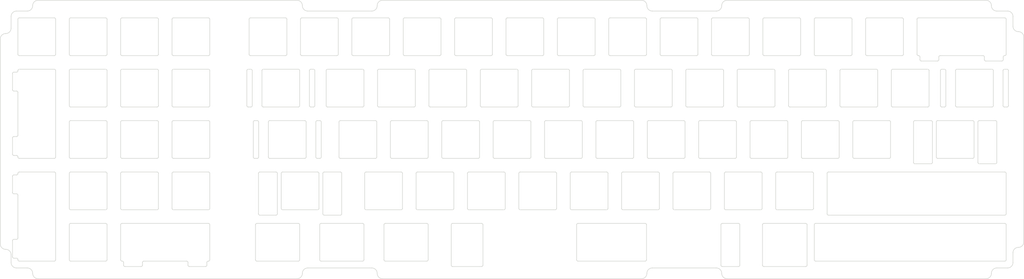
<source format=kicad_pcb>
(kicad_pcb (version 20171130) (host pcbnew "(5.1.4)-1")

  (general
    (thickness 1.6)
    (drawings 818)
    (tracks 0)
    (zones 0)
    (modules 0)
    (nets 1)
  )

  (page A4)
  (layers
    (0 F.Cu signal)
    (31 B.Cu signal)
    (32 B.Adhes user)
    (33 F.Adhes user)
    (34 B.Paste user)
    (35 F.Paste user)
    (36 B.SilkS user)
    (37 F.SilkS user)
    (38 B.Mask user)
    (39 F.Mask user)
    (40 Dwgs.User user)
    (41 Cmts.User user)
    (42 Eco1.User user)
    (43 Eco2.User user)
    (44 Edge.Cuts user)
    (45 Margin user)
    (46 B.CrtYd user)
    (47 F.CrtYd user)
    (48 B.Fab user)
    (49 F.Fab user)
  )

  (setup
    (last_trace_width 0.25)
    (trace_clearance 0.2)
    (zone_clearance 0.508)
    (zone_45_only no)
    (trace_min 0.2)
    (via_size 0.8)
    (via_drill 0.4)
    (via_min_size 0.4)
    (via_min_drill 0.3)
    (uvia_size 0.3)
    (uvia_drill 0.1)
    (uvias_allowed no)
    (uvia_min_size 0.2)
    (uvia_min_drill 0.1)
    (edge_width 0.05)
    (segment_width 0.2)
    (pcb_text_width 0.3)
    (pcb_text_size 1.5 1.5)
    (mod_edge_width 0.12)
    (mod_text_size 1 1)
    (mod_text_width 0.15)
    (pad_size 1.524 1.524)
    (pad_drill 0.762)
    (pad_to_mask_clearance 0.05)
    (aux_axis_origin 0 0)
    (visible_elements 7FFFFFFF)
    (pcbplotparams
      (layerselection 0x010fc_ffffffff)
      (usegerberextensions true)
      (usegerberattributes false)
      (usegerberadvancedattributes true)
      (creategerberjobfile true)
      (excludeedgelayer true)
      (linewidth 0.100000)
      (plotframeref false)
      (viasonmask false)
      (mode 1)
      (useauxorigin false)
      (hpglpennumber 1)
      (hpglpenspeed 20)
      (hpglpendiameter 15.000000)
      (psnegative false)
      (psa4output false)
      (plotreference true)
      (plotvalue true)
      (plotinvisibletext false)
      (padsonsilk false)
      (subtractmaskfromsilk false)
      (outputformat 1)
      (mirror false)
      (drillshape 0)
      (scaleselection 1)
      (outputdirectory "gerber/"))
  )

  (net 0 "")

  (net_class Default "This is the default net class."
    (clearance 0.2)
    (trace_width 0.25)
    (via_dia 0.8)
    (via_drill 0.4)
    (uvia_dia 0.3)
    (uvia_drill 0.1)
  )

  (gr_line (start 118.531251 96.69375) (end 131.531251 96.69375) (layer Edge.Cuts) (width 0.2))
  (gr_arc (start 232.831251 96.193749) (end 232.331251 96.19375) (angle -90) (layer Edge.Cuts) (width 0.2))
  (gr_line (start 49.637501 82.693749) (end 48.637501 82.69375) (layer Edge.Cuts) (width 0.2))
  (gr_arc (start 71.837501 83.19375) (end 71.837501 82.69375) (angle -90) (layer Edge.Cuts) (width 0.2))
  (gr_line (start 170.131251 96.19375) (end 170.131251 83.19375) (layer Edge.Cuts) (width 0.2))
  (gr_line (start 169.631251 82.69375) (end 156.631251 82.69375) (layer Edge.Cuts) (width 0.2))
  (gr_arc (start 99.481251 96.19375) (end 98.981251 96.19375) (angle -90) (layer Edge.Cuts) (width 0.2))
  (gr_line (start 48.637501 96.69375) (end 49.637501 96.69375) (layer Edge.Cuts) (width 0.2))
  (gr_line (start 246.331251 96.19375) (end 246.331251 83.19375) (layer Edge.Cuts) (width 0.2))
  (gr_arc (start 72.837501 83.19375) (end 73.337501 83.19375) (angle -90) (layer Edge.Cuts) (width 0.2))
  (gr_line (start 99.481251 96.69375) (end 112.481251 96.69375) (layer Edge.Cuts) (width 0.2))
  (gr_arc (start 99.481251 83.19375) (end 99.481251 82.69375) (angle -90) (layer Edge.Cuts) (width 0.2))
  (gr_line (start 284.43125 96.19375) (end 284.43125 83.19375) (layer Edge.Cuts) (width 0.2))
  (gr_line (start 72.837501 82.69375) (end 71.837501 82.69375) (layer Edge.Cuts) (width 0.2))
  (gr_arc (start 118.531251 96.19375) (end 118.031251 96.19375) (angle -90) (layer Edge.Cuts) (width 0.2))
  (gr_line (start 118.031251 83.19375) (end 118.031251 96.19375) (layer Edge.Cuts) (width 0.2))
  (gr_line (start 150.581251 82.693749) (end 137.581251 82.69375) (layer Edge.Cuts) (width 0.2))
  (gr_line (start 156.131251 83.19375) (end 156.131251 96.19375) (layer Edge.Cuts) (width 0.2))
  (gr_arc (start 49.6375 83.19375) (end 50.137501 83.19375) (angle -90) (layer Edge.Cuts) (width 0.2))
  (gr_arc (start 48.6375 83.19375) (end 48.637501 82.69375) (angle -90) (layer Edge.Cuts) (width 0.2))
  (gr_line (start 283.931251 82.69375) (end 270.931251 82.69375) (layer Edge.Cuts) (width 0.2))
  (gr_line (start 131.531251 82.693749) (end 118.531251 82.69375) (layer Edge.Cuts) (width 0.2))
  (gr_line (start 98.981251 83.19375) (end 98.981251 96.19375) (layer Edge.Cuts) (width 0.2))
  (gr_arc (start 71.837501 96.193749) (end 71.337501 96.19375) (angle -90) (layer Edge.Cuts) (width 0.2))
  (gr_arc (start 169.631251 83.193749) (end 170.131251 83.19375) (angle -90) (layer Edge.Cuts) (width 0.2))
  (gr_line (start 245.831251 82.693749) (end 232.831251 82.69375) (layer Edge.Cuts) (width 0.2))
  (gr_arc (start 169.631251 96.193749) (end 169.631251 96.69375) (angle -90) (layer Edge.Cuts) (width 0.2))
  (gr_arc (start 112.481251 96.193749) (end 112.481251 96.69375) (angle -90) (layer Edge.Cuts) (width 0.2))
  (gr_line (start 50.137501 96.19375) (end 50.137501 83.19375) (layer Edge.Cuts) (width 0.2))
  (gr_line (start 156.631251 96.69375) (end 169.631251 96.69375) (layer Edge.Cuts) (width 0.2))
  (gr_arc (start 156.631251 83.19375) (end 156.631251 82.69375) (angle -90) (layer Edge.Cuts) (width 0.2))
  (gr_arc (start 270.931251 83.19375) (end 270.931251 82.69375) (angle -90) (layer Edge.Cuts) (width 0.2))
  (gr_line (start 112.481251 82.69375) (end 99.481251 82.69375) (layer Edge.Cuts) (width 0.2))
  (gr_line (start 73.337501 96.19375) (end 73.337501 83.19375) (layer Edge.Cuts) (width 0.2))
  (gr_arc (start 131.53125 96.193749) (end 131.531251 96.69375) (angle -90) (layer Edge.Cuts) (width 0.2))
  (gr_line (start 232.831251 96.69375) (end 245.831251 96.69375) (layer Edge.Cuts) (width 0.2))
  (gr_arc (start 245.831251 83.193749) (end 246.331251 83.19375) (angle -90) (layer Edge.Cuts) (width 0.2))
  (gr_arc (start 245.83125 96.193749) (end 245.831251 96.69375) (angle -90) (layer Edge.Cuts) (width 0.2))
  (gr_arc (start 232.831251 83.19375) (end 232.831251 82.69375) (angle -90) (layer Edge.Cuts) (width 0.2))
  (gr_arc (start 283.93125 83.19375) (end 284.43125 83.19375) (angle -90) (layer Edge.Cuts) (width 0.2))
  (gr_line (start 270.931251 96.69375) (end 283.931251 96.69375) (layer Edge.Cuts) (width 0.2))
  (gr_line (start 270.431251 83.19375) (end 270.431251 96.19375) (layer Edge.Cuts) (width 0.2))
  (gr_line (start 232.331251 83.19375) (end 232.331251 96.19375) (layer Edge.Cuts) (width 0.2))
  (gr_arc (start 156.63125 96.19375) (end 156.131251 96.19375) (angle -90) (layer Edge.Cuts) (width 0.2))
  (gr_arc (start 112.481251 83.19375) (end 112.981251 83.19375) (angle -90) (layer Edge.Cuts) (width 0.2))
  (gr_arc (start 283.931251 96.19375) (end 283.931251 96.69375) (angle -90) (layer Edge.Cuts) (width 0.2))
  (gr_line (start 112.981251 96.19375) (end 112.981251 83.19375) (layer Edge.Cuts) (width 0.2))
  (gr_arc (start 49.637501 96.19375) (end 49.637501 96.69375) (angle -90) (layer Edge.Cuts) (width 0.2))
  (gr_arc (start 48.637501 96.193749) (end 48.1375 96.19375) (angle -90) (layer Edge.Cuts) (width 0.2))
  (gr_line (start 48.1375 83.19375) (end 48.1375 96.19375) (layer Edge.Cuts) (width 0.2))
  (gr_arc (start 72.837501 96.19375) (end 72.837501 96.69375) (angle -90) (layer Edge.Cuts) (width 0.2))
  (gr_line (start 71.837501 96.69375) (end 72.837501 96.69375) (layer Edge.Cuts) (width 0.2))
  (gr_line (start 71.337501 83.19375) (end 71.337501 96.19375) (layer Edge.Cuts) (width 0.2))
  (gr_arc (start 131.531251 83.193749) (end 132.031251 83.19375) (angle -90) (layer Edge.Cuts) (width 0.2))
  (gr_line (start 132.031251 96.19375) (end 132.031251 83.19375) (layer Edge.Cuts) (width 0.2))
  (gr_arc (start 118.531251 83.19375) (end 118.531251 82.69375) (angle -90) (layer Edge.Cuts) (width 0.2))
  (gr_arc (start 270.931251 96.19375) (end 270.431251 96.19375) (angle -90) (layer Edge.Cuts) (width 0.2))
  (gr_line (start 32.018751 115.24375) (end 32.018751 102.24375) (layer Edge.Cuts) (width 0.2))
  (gr_arc (start 141.05625 115.243749) (end 141.056251 115.74375) (angle -90) (layer Edge.Cuts) (width 0.2))
  (gr_line (start 160.606251 115.24375) (end 160.606251 102.24375) (layer Edge.Cuts) (width 0.2))
  (gr_line (start 147.106251 115.74375) (end 160.106251 115.74375) (layer Edge.Cuts) (width 0.2))
  (gr_arc (start 226.78125 96.193749) (end 226.781251 96.69375) (angle -90) (layer Edge.Cuts) (width 0.2))
  (gr_arc (start 213.781251 83.19375) (end 213.781251 82.69375) (angle -90) (layer Edge.Cuts) (width 0.2))
  (gr_line (start 213.781251 96.69375) (end 226.781251 96.69375) (layer Edge.Cuts) (width 0.2))
  (gr_arc (start 213.781251 96.19375) (end 213.281251 96.19375) (angle -90) (layer Edge.Cuts) (width 0.2))
  (gr_line (start 251.381251 83.19375) (end 251.381251 96.19375) (layer Edge.Cuts) (width 0.2))
  (gr_arc (start 188.681251 96.193749) (end 188.681251 96.69375) (angle -90) (layer Edge.Cuts) (width 0.2))
  (gr_arc (start 207.731251 83.193749) (end 208.231251 83.19375) (angle -90) (layer Edge.Cuts) (width 0.2))
  (gr_line (start 226.781251 82.69375) (end 213.781251 82.69375) (layer Edge.Cuts) (width 0.2))
  (gr_line (start 175.681251 96.69375) (end 188.681251 96.69375) (layer Edge.Cuts) (width 0.2))
  (gr_arc (start 226.781251 83.193749) (end 227.281251 83.19375) (angle -90) (layer Edge.Cuts) (width 0.2))
  (gr_line (start 175.181251 83.19375) (end 175.181251 96.19375) (layer Edge.Cuts) (width 0.2))
  (gr_line (start 188.681251 82.693749) (end 175.681251 82.69375) (layer Edge.Cuts) (width 0.2))
  (gr_line (start 207.731251 82.69375) (end 194.731251 82.69375) (layer Edge.Cuts) (width 0.2))
  (gr_line (start 122.506251 115.24375) (end 122.506251 102.24375) (layer Edge.Cuts) (width 0.2))
  (gr_arc (start 147.10625 115.24375) (end 146.606251 115.24375) (angle -90) (layer Edge.Cuts) (width 0.2))
  (gr_line (start 146.606251 102.24375) (end 146.606251 115.24375) (layer Edge.Cuts) (width 0.2))
  (gr_line (start 227.281251 96.19375) (end 227.281251 83.19375) (layer Edge.Cuts) (width 0.2))
  (gr_arc (start 175.681251 83.19375) (end 175.681251 82.69375) (angle -90) (layer Edge.Cuts) (width 0.2))
  (gr_arc (start 18.518751 115.24375) (end 18.018751 115.24375) (angle -90) (layer Edge.Cuts) (width 0.2))
  (gr_line (start 18.018751 102.24375) (end 18.018751 115.24375) (layer Edge.Cuts) (width 0.2))
  (gr_arc (start 18.51875 102.243749) (end 18.518751 101.74375) (angle -90) (layer Edge.Cuts) (width 0.2))
  (gr_line (start 160.106251 101.74375) (end 147.106251 101.74375) (layer Edge.Cuts) (width 0.2))
  (gr_line (start 141.056251 101.74375) (end 128.056251 101.74375) (layer Edge.Cuts) (width 0.2))
  (gr_line (start 194.231251 83.19375) (end 194.231251 96.19375) (layer Edge.Cuts) (width 0.2))
  (gr_arc (start 251.881251 83.19375) (end 251.881251 82.69375) (angle -90) (layer Edge.Cuts) (width 0.2))
  (gr_line (start 141.556251 115.24375) (end 141.556251 102.24375) (layer Edge.Cuts) (width 0.2))
  (gr_arc (start 264.881251 83.193749) (end 265.381251 83.19375) (angle -90) (layer Edge.Cuts) (width 0.2))
  (gr_line (start 265.381251 96.19375) (end 265.381251 83.19375) (layer Edge.Cuts) (width 0.2))
  (gr_line (start 18.518751 115.74375) (end 31.518751 115.74375) (layer Edge.Cuts) (width 0.2))
  (gr_line (start 31.518751 101.74375) (end 18.518751 101.74375) (layer Edge.Cuts) (width 0.2))
  (gr_arc (start 31.518751 102.24375) (end 32.018751 102.24375) (angle -90) (layer Edge.Cuts) (width 0.2))
  (gr_line (start 122.006251 101.74375) (end 109.006251 101.74375) (layer Edge.Cuts) (width 0.2))
  (gr_line (start 127.556251 102.24375) (end 127.556251 115.24375) (layer Edge.Cuts) (width 0.2))
  (gr_line (start 109.006251 115.74375) (end 122.006251 115.74375) (layer Edge.Cuts) (width 0.2))
  (gr_line (start 213.281251 83.19375) (end 213.281251 96.19375) (layer Edge.Cuts) (width 0.2))
  (gr_arc (start 264.88125 96.193749) (end 264.881251 96.69375) (angle -90) (layer Edge.Cuts) (width 0.2))
  (gr_arc (start 251.881251 96.19375) (end 251.381251 96.19375) (angle -90) (layer Edge.Cuts) (width 0.2))
  (gr_line (start 189.181251 96.19375) (end 189.181251 83.19375) (layer Edge.Cuts) (width 0.2))
  (gr_line (start 194.731251 96.69375) (end 207.731251 96.69375) (layer Edge.Cuts) (width 0.2))
  (gr_arc (start 194.731251 96.19375) (end 194.231251 96.19375) (angle -90) (layer Edge.Cuts) (width 0.2))
  (gr_line (start 264.881251 82.693749) (end 251.881251 82.69375) (layer Edge.Cuts) (width 0.2))
  (gr_arc (start 194.731251 83.19375) (end 194.731251 82.69375) (angle -90) (layer Edge.Cuts) (width 0.2))
  (gr_arc (start 175.68125 96.19375) (end 175.181251 96.19375) (angle -90) (layer Edge.Cuts) (width 0.2))
  (gr_arc (start 160.106251 102.243749) (end 160.606251 102.24375) (angle -90) (layer Edge.Cuts) (width 0.2))
  (gr_arc (start 122.00625 115.243749) (end 122.006251 115.74375) (angle -90) (layer Edge.Cuts) (width 0.2))
  (gr_arc (start 160.10625 115.243749) (end 160.106251 115.74375) (angle -90) (layer Edge.Cuts) (width 0.2))
  (gr_arc (start 109.006251 115.24375) (end 108.506251 115.24375) (angle -90) (layer Edge.Cuts) (width 0.2))
  (gr_line (start 128.056251 115.74375) (end 141.056251 115.74375) (layer Edge.Cuts) (width 0.2))
  (gr_arc (start 188.681251 83.193749) (end 189.181251 83.19375) (angle -90) (layer Edge.Cuts) (width 0.2))
  (gr_line (start 208.231251 96.19375) (end 208.231251 83.19375) (layer Edge.Cuts) (width 0.2))
  (gr_arc (start 141.056251 102.243749) (end 141.556251 102.24375) (angle -90) (layer Edge.Cuts) (width 0.2))
  (gr_arc (start 207.73125 96.193749) (end 207.731251 96.69375) (angle -90) (layer Edge.Cuts) (width 0.2))
  (gr_arc (start 122.006251 102.243749) (end 122.506251 102.24375) (angle -90) (layer Edge.Cuts) (width 0.2))
  (gr_arc (start 109.006251 102.243749) (end 109.006251 101.74375) (angle -90) (layer Edge.Cuts) (width 0.2))
  (gr_line (start 251.881251 96.69375) (end 264.881251 96.69375) (layer Edge.Cuts) (width 0.2))
  (gr_arc (start 31.518751 115.24375) (end 31.518751 115.74375) (angle -90) (layer Edge.Cuts) (width 0.2))
  (gr_line (start 108.506251 102.24375) (end 108.506251 115.24375) (layer Edge.Cuts) (width 0.2))
  (gr_arc (start 128.056251 102.24375) (end 128.056251 101.74375) (angle -90) (layer Edge.Cuts) (width 0.2))
  (gr_arc (start 128.05625 115.24375) (end 127.556251 115.24375) (angle -90) (layer Edge.Cuts) (width 0.2))
  (gr_arc (start 147.106251 102.24375) (end 147.106251 101.74375) (angle -90) (layer Edge.Cuts) (width 0.2))
  (gr_line (start 179.156251 101.74375) (end 166.156251 101.74375) (layer Edge.Cuts) (width 0.2))
  (gr_line (start 327.29375 134.29375) (end 327.29375 121.29375) (layer Edge.Cuts) (width 0.2))
  (gr_arc (start -39.631249 110.33075) (end -39.131249 110.33075) (angle -90) (layer Edge.Cuts) (width 0.2))
  (gr_line (start 7.055751 136.29375) (end 7.055751 135.29375) (layer Edge.Cuts) (width 0.2))
  (gr_arc (start -6.581249 121.29375) (end -6.081249 121.29375) (angle -90) (layer Edge.Cuts) (width 0.2))
  (gr_line (start -25.131249 134.29375) (end -25.131249 102.24375) (layer Edge.Cuts) (width 0.2))
  (gr_arc (start 256.643751 121.29375) (end 256.643751 120.79375) (angle -90) (layer Edge.Cuts) (width 0.2))
  (gr_line (start 326.793751 120.79375) (end 256.643751 120.79375) (layer Edge.Cuts) (width 0.2))
  (gr_line (start -40.631249 133.70675) (end -39.63125 133.706749) (layer Edge.Cuts) (width 0.2))
  (gr_line (start -39.131249 110.33075) (end -39.13125 126.206749) (layer Edge.Cuts) (width 0.2))
  (gr_line (start -19.581249 120.79375) (end -6.581249 120.79375) (layer Edge.Cuts) (width 0.2))
  (gr_arc (start 6.555751 136.29375) (end 6.555751 136.79375) (angle -90) (layer Edge.Cuts) (width 0.2))
  (gr_arc (start -40.631249 133.206749) (end -41.13125 133.206749) (angle -90) (layer Edge.Cuts) (width 0.2))
  (gr_line (start -38.631249 134.79375) (end -25.63125 134.79375) (layer Edge.Cuts) (width 0.2))
  (gr_arc (start -40.631249 127.20675) (end -40.631249 126.706749) (angle -90) (layer Edge.Cuts) (width 0.2))
  (gr_arc (start -19.58125 121.29375) (end -19.581249 120.79375) (angle -90) (layer Edge.Cuts) (width 0.2))
  (gr_arc (start -39.63125 126.206749) (end -39.63125 126.706749) (angle -90) (layer Edge.Cuts) (width 0.2))
  (gr_line (start 7.555751 134.79375) (end 23.431751 134.79375) (layer Edge.Cuts) (width 0.2))
  (gr_line (start 23.931751 135.29375) (end 23.931751 136.29375) (layer Edge.Cuts) (width 0.2))
  (gr_arc (start 24.431751 136.29375) (end 23.931751 136.29375) (angle -90) (layer Edge.Cuts) (width 0.2))
  (gr_line (start -6.581249 134.79375) (end -19.581249 134.79375) (layer Edge.Cuts) (width 0.2))
  (gr_arc (start 0.555751 136.29375) (end 0.055751 136.29375) (angle -90) (layer Edge.Cuts) (width 0.2))
  (gr_arc (start -25.63125 134.29375) (end -25.63125 134.79375) (angle -90) (layer Edge.Cuts) (width 0.2))
  (gr_arc (start -38.63125 134.29375) (end -39.131249 134.29375) (angle -90) (layer Edge.Cuts) (width 0.2))
  (gr_line (start -39.63125 126.706749) (end -40.631249 126.706749) (layer Edge.Cuts) (width 0.2))
  (gr_line (start -20.081249 134.29375) (end -20.08125 121.29375) (layer Edge.Cuts) (width 0.2))
  (gr_arc (start -19.581249 134.29375) (end -20.081249 134.29375) (angle -90) (layer Edge.Cuts) (width 0.2))
  (gr_arc (start 23.43175 135.29375) (end 23.931751 135.29375) (angle -90) (layer Edge.Cuts) (width 0.2))
  (gr_arc (start 30.431751 136.29375) (end 30.431751 136.79375) (angle -90) (layer Edge.Cuts) (width 0.2))
  (gr_line (start 24.431751 136.79375) (end 30.431751 136.79375) (layer Edge.Cuts) (width 0.2))
  (gr_arc (start -40.63125 103.33075) (end -40.631249 102.83075) (angle -90) (layer Edge.Cuts) (width 0.2))
  (gr_arc (start -6.58125 134.29375) (end -6.581249 134.79375) (angle -90) (layer Edge.Cuts) (width 0.2))
  (gr_line (start 0.555751 136.79375) (end 6.555751 136.79375) (layer Edge.Cuts) (width 0.2))
  (gr_arc (start -0.531249 134.29375) (end -1.031249 134.29375) (angle -90) (layer Edge.Cuts) (width 0.2))
  (gr_arc (start -39.631249 102.33075) (end -39.63125 102.83075) (angle -90) (layer Edge.Cuts) (width 0.2))
  (gr_line (start -0.531249 134.79375) (end -0.444249 134.79375) (layer Edge.Cuts) (width 0.2))
  (gr_arc (start 166.156251 102.24375) (end 166.156251 101.74375) (angle -90) (layer Edge.Cuts) (width 0.2))
  (gr_arc (start 326.79375 121.29375) (end 327.29375 121.29375) (angle -90) (layer Edge.Cuts) (width 0.2))
  (gr_arc (start -38.63125 102.24375) (end -38.631249 101.74375) (angle -90) (layer Edge.Cuts) (width 0.2))
  (gr_line (start -25.63125 101.74375) (end -38.631249 101.74375) (layer Edge.Cuts) (width 0.2))
  (gr_arc (start -25.631249 102.24375) (end -25.131249 102.24375) (angle -90) (layer Edge.Cuts) (width 0.2))
  (gr_arc (start -39.631249 134.206749) (end -39.131249 134.206749) (angle -90) (layer Edge.Cuts) (width 0.2))
  (gr_arc (start -40.63125 109.33075) (end -41.131249 109.33075) (angle -90) (layer Edge.Cuts) (width 0.2))
  (gr_line (start -41.131249 103.33075) (end -41.131249 109.33075) (layer Edge.Cuts) (width 0.2))
  (gr_line (start -39.63125 102.83075) (end -40.631249 102.83075) (layer Edge.Cuts) (width 0.2))
  (gr_line (start 0.055751 135.29375) (end 0.055751 136.29375) (layer Edge.Cuts) (width 0.2))
  (gr_line (start 256.143751 121.29375) (end 256.143751 134.29375) (layer Edge.Cuts) (width 0.2))
  (gr_line (start 256.643751 134.79375) (end 326.793751 134.79375) (layer Edge.Cuts) (width 0.2))
  (gr_line (start 165.656251 102.24375) (end 165.656251 115.24375) (layer Edge.Cuts) (width 0.2))
  (gr_arc (start 326.79375 134.29375) (end 326.793751 134.79375) (angle -90) (layer Edge.Cuts) (width 0.2))
  (gr_line (start -39.131249 102.24375) (end -39.131249 102.33075) (layer Edge.Cuts) (width 0.2))
  (gr_line (start -41.13125 127.20675) (end -41.13125 133.206749) (layer Edge.Cuts) (width 0.2))
  (gr_line (start 30.931751 136.29375) (end 30.931751 135.29375) (layer Edge.Cuts) (width 0.2))
  (gr_line (start -6.081249 121.29375) (end -6.081249 134.29375) (layer Edge.Cuts) (width 0.2))
  (gr_arc (start 179.156251 102.243749) (end 179.656251 102.24375) (angle -90) (layer Edge.Cuts) (width 0.2))
  (gr_line (start 179.656251 115.24375) (end 179.656251 102.24375) (layer Edge.Cuts) (width 0.2))
  (gr_arc (start 7.555751 135.29375) (end 7.555751 134.79375) (angle -90) (layer Edge.Cuts) (width 0.2))
  (gr_arc (start 179.15625 115.243749) (end 179.156251 115.74375) (angle -90) (layer Edge.Cuts) (width 0.2))
  (gr_line (start 166.156251 115.74375) (end 179.156251 115.74375) (layer Edge.Cuts) (width 0.2))
  (gr_arc (start -0.444249 135.29375) (end 0.055751 135.29375) (angle -90) (layer Edge.Cuts) (width 0.2))
  (gr_line (start -40.631249 109.83075) (end -39.63125 109.83075) (layer Edge.Cuts) (width 0.2))
  (gr_arc (start 166.15625 115.24375) (end 165.656251 115.24375) (angle -90) (layer Edge.Cuts) (width 0.2))
  (gr_arc (start 256.643751 134.29375) (end 256.143751 134.29375) (angle -90) (layer Edge.Cuts) (width 0.2))
  (gr_line (start -39.131249 134.206749) (end -39.131249 134.29375) (layer Edge.Cuts) (width 0.2))
  (gr_line (start -20.081249 45.09375) (end -20.081249 58.093749) (layer Edge.Cuts) (width 0.2))
  (gr_arc (start -0.531249 45.09375) (end -0.531249 44.59375) (angle -90) (layer Edge.Cuts) (width 0.2))
  (gr_arc (start -19.581249 45.093749) (end -19.581249 44.59375) (angle -90) (layer Edge.Cuts) (width 0.2))
  (gr_line (start -0.531249 115.74375) (end 12.468751 115.74375) (layer Edge.Cuts) (width 0.2))
  (gr_arc (start -0.531249 64.14375) (end -0.531249 63.64375) (angle -90) (layer Edge.Cuts) (width 0.2))
  (gr_arc (start 12.468751 102.24375) (end 12.968751 102.24375) (angle -90) (layer Edge.Cuts) (width 0.2))
  (gr_line (start -25.13125 96.19375) (end -25.131249 64.14375) (layer Edge.Cuts) (width 0.2))
  (gr_arc (start -38.63125 96.19375) (end -39.131249 96.19375) (angle -90) (layer Edge.Cuts) (width 0.2))
  (gr_line (start -6.081249 58.093749) (end -6.081249 45.09375) (layer Edge.Cuts) (width 0.2))
  (gr_arc (start 12.468751 83.19375) (end 12.968751 83.19375) (angle -90) (layer Edge.Cuts) (width 0.2))
  (gr_line (start -40.631249 95.60675) (end -39.63125 95.606749) (layer Edge.Cuts) (width 0.2))
  (gr_line (start 12.468751 82.69375) (end -0.531249 82.69375) (layer Edge.Cuts) (width 0.2))
  (gr_arc (start -0.531249 102.24375) (end -0.531249 101.74375) (angle -90) (layer Edge.Cuts) (width 0.2))
  (gr_line (start 12.468751 101.74375) (end -0.531249 101.74375) (layer Edge.Cuts) (width 0.2))
  (gr_line (start -38.631249 96.69375) (end -25.63125 96.69375) (layer Edge.Cuts) (width 0.2))
  (gr_arc (start -6.581249 64.14375) (end -6.081249 64.14375) (angle -90) (layer Edge.Cuts) (width 0.2))
  (gr_line (start -6.081249 77.14375) (end -6.081249 64.14375) (layer Edge.Cuts) (width 0.2))
  (gr_arc (start 12.468751 96.19375) (end 12.468751 96.69375) (angle -90) (layer Edge.Cuts) (width 0.2))
  (gr_arc (start -6.581249 77.14375) (end -6.581249 77.64375) (angle -90) (layer Edge.Cuts) (width 0.2))
  (gr_line (start -1.031249 45.09375) (end -1.031249 58.093749) (layer Edge.Cuts) (width 0.2))
  (gr_line (start -0.531249 77.64375) (end 12.468751 77.64375) (layer Edge.Cuts) (width 0.2))
  (gr_arc (start 12.468751 115.24375) (end 12.468751 115.74375) (angle -90) (layer Edge.Cuts) (width 0.2))
  (gr_line (start 12.968751 96.19375) (end 12.968751 83.19375) (layer Edge.Cuts) (width 0.2))
  (gr_arc (start -0.531249 83.19375) (end -0.531249 82.69375) (angle -90) (layer Edge.Cuts) (width 0.2))
  (gr_line (start -39.131249 96.10675) (end -39.131249 96.19375) (layer Edge.Cuts) (width 0.2))
  (gr_line (start -1.031249 102.24375) (end -1.031249 115.24375) (layer Edge.Cuts) (width 0.2))
  (gr_line (start -39.131249 64.14375) (end -39.131249 64.23075) (layer Edge.Cuts) (width 0.2))
  (gr_line (start -19.581249 77.64375) (end -6.581249 77.64375) (layer Edge.Cuts) (width 0.2))
  (gr_line (start -19.581249 58.59375) (end -6.581249 58.59375) (layer Edge.Cuts) (width 0.2))
  (gr_line (start -0.531249 58.593749) (end 12.468751 58.59375) (layer Edge.Cuts) (width 0.2))
  (gr_line (start 12.968751 77.14375) (end 12.968751 64.14375) (layer Edge.Cuts) (width 0.2))
  (gr_line (start -25.63125 63.643749) (end -38.631249 63.64375) (layer Edge.Cuts) (width 0.2))
  (gr_line (start -1.031249 64.14375) (end -1.031249 77.14375) (layer Edge.Cuts) (width 0.2))
  (gr_line (start -0.531249 96.69375) (end 12.468751 96.69375) (layer Edge.Cuts) (width 0.2))
  (gr_line (start 12.968751 115.24375) (end 12.968751 102.24375) (layer Edge.Cuts) (width 0.2))
  (gr_arc (start -0.531249 96.19375) (end -1.031249 96.19375) (angle -90) (layer Edge.Cuts) (width 0.2))
  (gr_arc (start -19.581249 58.09375) (end -20.081249 58.093749) (angle -90) (layer Edge.Cuts) (width 0.2))
  (gr_arc (start -6.581249 58.093749) (end -6.581249 58.59375) (angle -90) (layer Edge.Cuts) (width 0.2))
  (gr_arc (start -0.531249 115.24375) (end -1.031249 115.24375) (angle -90) (layer Edge.Cuts) (width 0.2))
  (gr_arc (start 12.468751 45.093749) (end 12.968751 45.09375) (angle -90) (layer Edge.Cuts) (width 0.2))
  (gr_arc (start -0.531249 77.14375) (end -1.031249 77.14375) (angle -90) (layer Edge.Cuts) (width 0.2))
  (gr_line (start 12.468751 63.64375) (end -0.531249 63.64375) (layer Edge.Cuts) (width 0.2))
  (gr_arc (start -40.631249 95.10675) (end -41.13125 95.10675) (angle -90) (layer Edge.Cuts) (width 0.2))
  (gr_arc (start -6.581249 45.093749) (end -6.081249 45.09375) (angle -90) (layer Edge.Cuts) (width 0.2))
  (gr_line (start -1.031249 83.19375) (end -1.031249 96.19375) (layer Edge.Cuts) (width 0.2))
  (gr_line (start 12.468751 44.59375) (end -0.531249 44.59375) (layer Edge.Cuts) (width 0.2))
  (gr_arc (start -39.63125 96.10675) (end -39.131249 96.10675) (angle -90) (layer Edge.Cuts) (width 0.2))
  (gr_arc (start -0.531249 58.093749) (end -1.031249 58.093749) (angle -90) (layer Edge.Cuts) (width 0.2))
  (gr_arc (start 12.468751 58.09375) (end 12.468751 58.59375) (angle -90) (layer Edge.Cuts) (width 0.2))
  (gr_arc (start -38.63125 64.14375) (end -38.631249 63.64375) (angle -90) (layer Edge.Cuts) (width 0.2))
  (gr_arc (start -25.631249 96.19375) (end -25.63125 96.69375) (angle -90) (layer Edge.Cuts) (width 0.2))
  (gr_line (start -6.581249 44.59375) (end -19.581249 44.59375) (layer Edge.Cuts) (width 0.2))
  (gr_arc (start -25.63125 64.14375) (end -25.131249 64.14375) (angle -90) (layer Edge.Cuts) (width 0.2))
  (gr_arc (start 12.468751 77.14375) (end 12.468751 77.64375) (angle -90) (layer Edge.Cuts) (width 0.2))
  (gr_line (start -41.13125 89.10675) (end -41.13125 95.10675) (layer Edge.Cuts) (width 0.2))
  (gr_line (start 12.968751 58.093749) (end 12.968751 45.09375) (layer Edge.Cuts) (width 0.2))
  (gr_arc (start 12.468751 64.14375) (end 12.968751 64.14375) (angle -90) (layer Edge.Cuts) (width 0.2))
  (gr_arc (start 325.706751 60.09375) (end 325.706751 60.59375) (angle -90) (layer Edge.Cuts) (width 0.2))
  (gr_arc (start 319.706751 60.093749) (end 319.206751 60.09375) (angle -90) (layer Edge.Cuts) (width 0.2))
  (gr_arc (start 288.69375 45.09375) (end 289.193751 45.09375) (angle -90) (layer Edge.Cuts) (width 0.2))
  (gr_line (start 319.206751 59.09375) (end 319.206751 60.09375) (layer Edge.Cuts) (width 0.2))
  (gr_arc (start 237.59375 58.09375) (end 237.093751 58.093749) (angle -90) (layer Edge.Cuts) (width 0.2))
  (gr_arc (start 302.83075 59.093749) (end 302.83075 58.593749) (angle -90) (layer Edge.Cuts) (width 0.2))
  (gr_line (start 302.33075 60.09375) (end 302.33075 59.09375) (layer Edge.Cuts) (width 0.2))
  (gr_arc (start 294.830751 59.093749) (end 295.33075 59.09375) (angle -90) (layer Edge.Cuts) (width 0.2))
  (gr_line (start 294.243751 45.09375) (end 294.243751 58.093749) (layer Edge.Cuts) (width 0.2))
  (gr_arc (start 326.79375 45.09375) (end 327.29375 45.09375) (angle -90) (layer Edge.Cuts) (width 0.2))
  (gr_arc (start 275.693751 45.09375) (end 275.693751 44.59375) (angle -90) (layer Edge.Cuts) (width 0.2))
  (gr_line (start 237.093751 45.09375) (end 237.093751 58.093749) (layer Edge.Cuts) (width 0.2))
  (gr_arc (start 275.69375 58.09375) (end 275.193751 58.093749) (angle -90) (layer Edge.Cuts) (width 0.2))
  (gr_line (start 275.193751 45.09375) (end 275.193751 58.093749) (layer Edge.Cuts) (width 0.2))
  (gr_arc (start 294.743751 58.093749) (end 294.243751 58.093749) (angle -90) (layer Edge.Cuts) (width 0.2))
  (gr_arc (start 237.593751 45.09375) (end 237.593751 44.59375) (angle -90) (layer Edge.Cuts) (width 0.2))
  (gr_line (start 302.83075 58.593749) (end 318.706751 58.59375) (layer Edge.Cuts) (width 0.2))
  (gr_line (start 275.693751 58.59375) (end 288.693751 58.59375) (layer Edge.Cuts) (width 0.2))
  (gr_line (start 218.543751 58.59375) (end 231.543751 58.59375) (layer Edge.Cuts) (width 0.2))
  (gr_arc (start 231.54375 58.093749) (end 231.543751 58.59375) (angle -90) (layer Edge.Cuts) (width 0.2))
  (gr_line (start 270.143751 58.093749) (end 270.143751 45.09375) (layer Edge.Cuts) (width 0.2))
  (gr_line (start 218.043751 45.09375) (end 218.043751 58.093749) (layer Edge.Cuts) (width 0.2))
  (gr_arc (start 301.830751 60.09375) (end 301.830751 60.59375) (angle -90) (layer Edge.Cuts) (width 0.2))
  (gr_arc (start 294.743751 45.093749) (end 294.743751 44.59375) (angle -90) (layer Edge.Cuts) (width 0.2))
  (gr_line (start 269.643751 44.593749) (end 256.643751 44.59375) (layer Edge.Cuts) (width 0.2))
  (gr_arc (start 269.643751 45.093749) (end 270.143751 45.09375) (angle -90) (layer Edge.Cuts) (width 0.2))
  (gr_arc (start 250.593751 45.093749) (end 251.093751 45.09375) (angle -90) (layer Edge.Cuts) (width 0.2))
  (gr_arc (start 218.54375 58.09375) (end 218.043751 58.093749) (angle -90) (layer Edge.Cuts) (width 0.2))
  (gr_arc (start 218.543751 45.09375) (end 218.543751 44.59375) (angle -90) (layer Edge.Cuts) (width 0.2))
  (gr_line (start 251.093751 58.093749) (end 251.093751 45.09375) (layer Edge.Cuts) (width 0.2))
  (gr_line (start 326.706751 58.593749) (end 326.793751 58.59375) (layer Edge.Cuts) (width 0.2))
  (gr_arc (start 326.706751 59.093749) (end 326.706751 58.593749) (angle -90) (layer Edge.Cuts) (width 0.2))
  (gr_arc (start 256.64375 58.09375) (end 256.143751 58.093749) (angle -90) (layer Edge.Cuts) (width 0.2))
  (gr_arc (start 250.59375 58.093749) (end 250.593751 58.59375) (angle -90) (layer Edge.Cuts) (width 0.2))
  (gr_arc (start 256.643751 45.09375) (end 256.643751 44.59375) (angle -90) (layer Edge.Cuts) (width 0.2))
  (gr_arc (start 295.830751 60.093749) (end 295.330751 60.09375) (angle -90) (layer Edge.Cuts) (width 0.2))
  (gr_arc (start -40.631249 89.10675) (end -40.63125 88.60675) (angle -90) (layer Edge.Cuts) (width 0.2))
  (gr_line (start -41.131249 65.23075) (end -41.13125 71.23075) (layer Edge.Cuts) (width 0.2))
  (gr_line (start 319.706751 60.593749) (end 325.706751 60.59375) (layer Edge.Cuts) (width 0.2))
  (gr_arc (start -40.631249 65.23075) (end -40.631249 64.73075) (angle -90) (layer Edge.Cuts) (width 0.2))
  (gr_line (start -39.631249 88.60675) (end -40.63125 88.60675) (layer Edge.Cuts) (width 0.2))
  (gr_arc (start 318.706751 59.093749) (end 319.206751 59.09375) (angle -90) (layer Edge.Cuts) (width 0.2))
  (gr_line (start 288.693751 44.59375) (end 275.693751 44.59375) (layer Edge.Cuts) (width 0.2))
  (gr_arc (start 269.64375 58.093749) (end 269.643751 58.59375) (angle -90) (layer Edge.Cuts) (width 0.2))
  (gr_line (start 256.643751 58.59375) (end 269.643751 58.59375) (layer Edge.Cuts) (width 0.2))
  (gr_line (start 256.143751 45.09375) (end 256.143751 58.093749) (layer Edge.Cuts) (width 0.2))
  (gr_arc (start -39.63125 88.10675) (end -39.631249 88.60675) (angle -90) (layer Edge.Cuts) (width 0.2))
  (gr_line (start 327.29375 58.093749) (end 327.29375 45.09375) (layer Edge.Cuts) (width 0.2))
  (gr_line (start -39.131249 72.23075) (end -39.13125 88.10675) (layer Edge.Cuts) (width 0.2))
  (gr_line (start -39.63125 64.73075) (end -40.631249 64.73075) (layer Edge.Cuts) (width 0.2))
  (gr_line (start 326.793751 44.59375) (end 294.743751 44.59375) (layer Edge.Cuts) (width 0.2))
  (gr_arc (start 288.693751 58.09375) (end 288.693751 58.59375) (angle -90) (layer Edge.Cuts) (width 0.2))
  (gr_line (start 250.593751 44.59375) (end 237.593751 44.59375) (layer Edge.Cuts) (width 0.2))
  (gr_line (start 237.593751 58.59375) (end 250.593751 58.59375) (layer Edge.Cuts) (width 0.2))
  (gr_arc (start -39.631249 72.23075) (end -39.131249 72.23075) (angle -90) (layer Edge.Cuts) (width 0.2))
  (gr_line (start 295.83075 60.593749) (end 301.830751 60.59375) (layer Edge.Cuts) (width 0.2))
  (gr_line (start 294.743751 58.593749) (end 294.830751 58.59375) (layer Edge.Cuts) (width 0.2))
  (gr_line (start -40.631249 71.73075) (end -39.63125 71.73075) (layer Edge.Cuts) (width 0.2))
  (gr_line (start 295.33075 59.09375) (end 295.330751 60.09375) (layer Edge.Cuts) (width 0.2))
  (gr_arc (start 326.79375 58.09375) (end 326.793751 58.59375) (angle -90) (layer Edge.Cuts) (width 0.2))
  (gr_line (start 289.193751 58.093749) (end 289.193751 45.09375) (layer Edge.Cuts) (width 0.2))
  (gr_arc (start -40.63125 71.23075) (end -41.13125 71.23075) (angle -90) (layer Edge.Cuts) (width 0.2))
  (gr_arc (start -39.631249 64.230749) (end -39.63125 64.73075) (angle -90) (layer Edge.Cuts) (width 0.2))
  (gr_line (start 326.206751 60.09375) (end 326.206751 59.09375) (layer Edge.Cuts) (width 0.2))
  (gr_line (start 253.475001 121.29375) (end 253.475001 136.29375) (layer Edge.Cuts) (width 0.2))
  (gr_line (start 237.451885 120.793754) (end 252.975001 120.79375) (layer Edge.Cuts) (width 0.2))
  (gr_line (start -20.081249 83.19375) (end -20.081249 96.19375) (layer Edge.Cuts) (width 0.2))
  (gr_line (start -19.581249 96.69375) (end -6.581249 96.69375) (layer Edge.Cuts) (width 0.2))
  (gr_line (start -19.581249 115.74375) (end -6.581249 115.74375) (layer Edge.Cuts) (width 0.2))
  (gr_arc (start -6.581249 102.24375) (end -6.081249 102.24375) (angle -90) (layer Edge.Cuts) (width 0.2))
  (gr_arc (start -19.58125 102.243749) (end -19.581249 101.74375) (angle -90) (layer Edge.Cuts) (width 0.2))
  (gr_line (start -6.081249 115.24375) (end -6.081249 102.24375) (layer Edge.Cuts) (width 0.2))
  (gr_line (start -6.581249 82.69375) (end -19.581249 82.69375) (layer Edge.Cuts) (width 0.2))
  (gr_arc (start -19.581249 115.24375) (end -20.081249 115.24375) (angle -90) (layer Edge.Cuts) (width 0.2))
  (gr_arc (start 237.451885 121.29375) (end 237.451885 120.793754) (angle -90) (layer Edge.Cuts) (width 0.2))
  (gr_line (start -6.081249 96.19375) (end -6.081249 83.19375) (layer Edge.Cuts) (width 0.2))
  (gr_arc (start -19.581249 77.14375) (end -20.081249 77.14375) (angle -90) (layer Edge.Cuts) (width 0.2))
  (gr_line (start -6.581249 63.64375) (end -19.581249 63.64375) (layer Edge.Cuts) (width 0.2))
  (gr_arc (start -19.581249 64.14375) (end -19.581249 63.64375) (angle -90) (layer Edge.Cuts) (width 0.2))
  (gr_arc (start 252.975001 136.29375) (end 252.975001 136.79375) (angle -90) (layer Edge.Cuts) (width 0.2))
  (gr_arc (start -6.581249 96.19375) (end -6.581249 96.69375) (angle -90) (layer Edge.Cuts) (width 0.2))
  (gr_arc (start -6.581249 115.24375) (end -6.581249 115.74375) (angle -90) (layer Edge.Cuts) (width 0.2))
  (gr_arc (start -6.581249 83.19375) (end -6.081249 83.19375) (angle -90) (layer Edge.Cuts) (width 0.2))
  (gr_line (start -20.081249 64.14375) (end -20.081249 77.14375) (layer Edge.Cuts) (width 0.2))
  (gr_line (start -20.081249 102.24375) (end -20.081249 115.24375) (layer Edge.Cuts) (width 0.2))
  (gr_line (start 236.951885 136.29375) (end 236.951885 121.29375) (layer Edge.Cuts) (width 0.2))
  (gr_arc (start 237.451885 136.29375) (end 236.951885 136.29375) (angle -90) (layer Edge.Cuts) (width 0.2))
  (gr_arc (start 252.975001 121.293749) (end 253.475001 121.293749) (angle -90) (layer Edge.Cuts) (width 0.2))
  (gr_line (start -6.581249 101.74375) (end -19.581249 101.74375) (layer Edge.Cuts) (width 0.2))
  (gr_arc (start -19.581249 83.19375) (end -19.581249 82.69375) (angle -90) (layer Edge.Cuts) (width 0.2))
  (gr_arc (start -19.581249 96.19375) (end -20.081249 96.19375) (angle -90) (layer Edge.Cuts) (width 0.2))
  (gr_line (start 252.975001 136.79375) (end 237.451885 136.79375) (layer Edge.Cuts) (width 0.2))
  (gr_line (start 60.093751 44.593749) (end 47.093751 44.59375) (layer Edge.Cuts) (width 0.2))
  (gr_arc (start -25.63125 58.093749) (end -25.63125 58.59375) (angle -90) (layer Edge.Cuts) (width 0.2))
  (gr_line (start 80.438001 101.743744) (end 74.438001 101.743744) (layer Edge.Cuts) (width 0.2))
  (gr_arc (start 72.000001 115.243749) (end 72.000001 115.74375) (angle -90) (layer Edge.Cuts) (width 0.2))
  (gr_line (start 102.956251 101.74375) (end 89.956251 101.74375) (layer Edge.Cuts) (width 0.2))
  (gr_line (start 18.018751 45.09375) (end 18.018751 58.093749) (layer Edge.Cuts) (width 0.2))
  (gr_arc (start -38.631249 58.093749) (end -39.131249 58.093749) (angle -90) (layer Edge.Cuts) (width 0.2))
  (gr_arc (start -25.63125 45.09375) (end -25.131249 45.09375) (angle -90) (layer Edge.Cuts) (width 0.2))
  (gr_arc (start 74.438001 102.243744) (end 74.438001 101.743744) (angle -90) (layer Edge.Cuts) (width 0.2))
  (gr_arc (start 102.956251 102.24375) (end 103.456251 102.24375) (angle -90) (layer Edge.Cuts) (width 0.2))
  (gr_line (start 59.000001 115.74375) (end 72.000001 115.74375) (layer Edge.Cuts) (width 0.2))
  (gr_line (start -25.131249 58.093749) (end -25.131249 45.09375) (layer Edge.Cuts) (width 0.2))
  (gr_line (start 74.438001 117.74375) (end 80.438001 117.74375) (layer Edge.Cuts) (width 0.2))
  (gr_line (start 73.938001 102.243744) (end 73.938001 117.24375) (layer Edge.Cuts) (width 0.2))
  (gr_line (start 103.456251 115.24375) (end 103.456251 102.24375) (layer Edge.Cuts) (width 0.2))
  (gr_arc (start 72.000001 102.24375) (end 72.500001 102.24375) (angle -90) (layer Edge.Cuts) (width 0.2))
  (gr_arc (start 59 102.243749) (end 59.000001 101.74375) (angle -90) (layer Edge.Cuts) (width 0.2))
  (gr_line (start 89.456251 102.24375) (end 89.456251 115.24375) (layer Edge.Cuts) (width 0.2))
  (gr_line (start -38.631249 58.59375) (end -25.63125 58.59375) (layer Edge.Cuts) (width 0.2))
  (gr_arc (start 56.562001 102.243744) (end 57.062001 102.243744) (angle -90) (layer Edge.Cuts) (width 0.2))
  (gr_line (start -39.131249 45.09375) (end -39.131249 58.093749) (layer Edge.Cuts) (width 0.2))
  (gr_arc (start 74.438001 117.24375) (end 73.938001 117.24375) (angle -90) (layer Edge.Cuts) (width 0.2))
  (gr_arc (start 50.562 102.243744) (end 50.562 101.743744) (angle -90) (layer Edge.Cuts) (width 0.2))
  (gr_line (start 56.562001 101.743744) (end 50.562 101.743744) (layer Edge.Cuts) (width 0.2))
  (gr_line (start 72.000001 101.74375) (end 59.000001 101.74375) (layer Edge.Cuts) (width 0.2))
  (gr_line (start 89.956251 115.74375) (end 102.956251 115.74375) (layer Edge.Cuts) (width 0.2))
  (gr_arc (start 89.956251 115.24375) (end 89.456251 115.24375) (angle -90) (layer Edge.Cuts) (width 0.2))
  (gr_arc (start 47.09375 45.093749) (end 47.093751 44.59375) (angle -90) (layer Edge.Cuts) (width 0.2))
  (gr_arc (start 18.518751 58.09375) (end 18.018751 58.093749) (angle -90) (layer Edge.Cuts) (width 0.2))
  (gr_line (start 50.562001 117.74375) (end 56.562001 117.74375) (layer Edge.Cuts) (width 0.2))
  (gr_line (start 57.062001 117.24375) (end 57.062001 102.243744) (layer Edge.Cuts) (width 0.2))
  (gr_line (start 50.062001 102.243744) (end 50.062001 117.24375) (layer Edge.Cuts) (width 0.2))
  (gr_line (start 60.593751 58.093749) (end 60.593751 45.09375) (layer Edge.Cuts) (width 0.2))
  (gr_line (start 18.518751 58.593749) (end 31.518751 58.59375) (layer Edge.Cuts) (width 0.2))
  (gr_line (start 31.518751 44.59375) (end 18.518751 44.59375) (layer Edge.Cuts) (width 0.2))
  (gr_arc (start 31.518751 45.09375) (end 32.018751 45.09375) (angle -90) (layer Edge.Cuts) (width 0.2))
  (gr_line (start 32.018751 58.093749) (end 32.018751 45.09375) (layer Edge.Cuts) (width 0.2))
  (gr_line (start -25.63125 44.593749) (end -38.631249 44.59375) (layer Edge.Cuts) (width 0.2))
  (gr_line (start 80.938001 117.24375) (end 80.938001 102.243744) (layer Edge.Cuts) (width 0.2))
  (gr_arc (start 56.562001 117.24375) (end 56.562001 117.74375) (angle -90) (layer Edge.Cuts) (width 0.2))
  (gr_arc (start 50.562001 117.24375) (end 50.062001 117.24375) (angle -90) (layer Edge.Cuts) (width 0.2))
  (gr_line (start 79.143751 44.59375) (end 66.143751 44.59375) (layer Edge.Cuts) (width 0.2))
  (gr_arc (start 79.143751 45.09375) (end 79.643751 45.09375) (angle -90) (layer Edge.Cuts) (width 0.2))
  (gr_arc (start 60.093751 45.09375) (end 60.593751 45.09375) (angle -90) (layer Edge.Cuts) (width 0.2))
  (gr_arc (start 18.518751 45.093749) (end 18.518751 44.59375) (angle -90) (layer Edge.Cuts) (width 0.2))
  (gr_arc (start 80.438001 117.24375) (end 80.438001 117.74375) (angle -90) (layer Edge.Cuts) (width 0.2))
  (gr_arc (start 102.956251 115.24375) (end 102.956251 115.74375) (angle -90) (layer Edge.Cuts) (width 0.2))
  (gr_line (start 79.643751 58.093749) (end 79.643751 45.09375) (layer Edge.Cuts) (width 0.2))
  (gr_arc (start 89.956251 102.243749) (end 89.956251 101.74375) (angle -90) (layer Edge.Cuts) (width 0.2))
  (gr_arc (start 60.093751 58.09375) (end 60.093751 58.59375) (angle -90) (layer Edge.Cuts) (width 0.2))
  (gr_line (start 72.500001 115.24375) (end 72.500001 102.24375) (layer Edge.Cuts) (width 0.2))
  (gr_line (start 47.093751 58.59375) (end 60.093751 58.59375) (layer Edge.Cuts) (width 0.2))
  (gr_arc (start 47.093751 58.093749) (end 46.593751 58.093749) (angle -90) (layer Edge.Cuts) (width 0.2))
  (gr_line (start 46.593751 45.09375) (end 46.593751 58.093749) (layer Edge.Cuts) (width 0.2))
  (gr_arc (start 80.438001 102.243744) (end 80.938001 102.243744) (angle -90) (layer Edge.Cuts) (width 0.2))
  (gr_arc (start 31.518751 58.093749) (end 31.518751 58.59375) (angle -90) (layer Edge.Cuts) (width 0.2))
  (gr_arc (start -38.631249 45.09375) (end -38.631249 44.59375) (angle -90) (layer Edge.Cuts) (width 0.2))
  (gr_arc (start 217.256251 102.243749) (end 217.756251 102.24375) (angle -90) (layer Edge.Cuts) (width 0.2))
  (gr_arc (start 223.30625 115.24375) (end 222.80625 115.24375) (angle -90) (layer Edge.Cuts) (width 0.2))
  (gr_arc (start 73.287501 134.293749) (end 72.787501 134.29375) (angle -90) (layer Edge.Cuts) (width 0.2))
  (gr_arc (start 204.256251 102.24375) (end 204.256251 101.74375) (angle -90) (layer Edge.Cuts) (width 0.2))
  (gr_line (start 217.256251 101.74375) (end 204.256251 101.74375) (layer Edge.Cuts) (width 0.2))
  (gr_line (start 236.806251 115.24375) (end 236.806251 102.24375) (layer Edge.Cuts) (width 0.2))
  (gr_arc (start 59.000001 115.24375) (end 58.500001 115.24375) (angle -90) (layer Edge.Cuts) (width 0.2))
  (gr_line (start 72.787501 121.29375) (end 72.787501 134.29375) (layer Edge.Cuts) (width 0.2))
  (gr_arc (start 236.30625 115.243749) (end 236.306251 115.74375) (angle -90) (layer Edge.Cuts) (width 0.2))
  (gr_line (start 64.856251 120.79375) (end 49.475001 120.79375) (layer Edge.Cuts) (width 0.2))
  (gr_arc (start 185.206251 102.24375) (end 185.206251 101.74375) (angle -90) (layer Edge.Cuts) (width 0.2))
  (gr_line (start 204.256251 115.74375) (end 217.256251 115.74375) (layer Edge.Cuts) (width 0.2))
  (gr_line (start 58.500001 102.24375) (end 58.500001 115.24375) (layer Edge.Cuts) (width 0.2))
  (gr_arc (start 193.443751 134.29375) (end 193.443751 134.79375) (angle -90) (layer Edge.Cuts) (width 0.2))
  (gr_line (start 96.600001 121.29375) (end 96.600001 134.29375) (layer Edge.Cuts) (width 0.2))
  (gr_arc (start 73.2875 121.293749) (end 73.287501 120.79375) (angle -90) (layer Edge.Cuts) (width 0.2))
  (gr_arc (start 112.481251 121.29375) (end 112.981251 121.29375) (angle -90) (layer Edge.Cuts) (width 0.2))
  (gr_arc (start 204.256251 115.24375) (end 203.756251 115.24375) (angle -90) (layer Edge.Cuts) (width 0.2))
  (gr_arc (start 198.206251 102.243749) (end 198.706251 102.24375) (angle -90) (layer Edge.Cuts) (width 0.2))
  (gr_line (start 198.206251 101.74375) (end 185.206251 101.74375) (layer Edge.Cuts) (width 0.2))
  (gr_line (start 223.30625 115.74375) (end 236.306251 115.74375) (layer Edge.Cuts) (width 0.2))
  (gr_arc (start 255.356251 115.243749) (end 255.356251 115.74375) (angle -90) (layer Edge.Cuts) (width 0.2))
  (gr_line (start 242.356251 115.74375) (end 255.356251 115.74375) (layer Edge.Cuts) (width 0.2))
  (gr_arc (start 242.356251 102.24375) (end 242.356251 101.74375) (angle -90) (layer Edge.Cuts) (width 0.2))
  (gr_arc (start 198.20625 115.243749) (end 198.206251 115.74375) (angle -90) (layer Edge.Cuts) (width 0.2))
  (gr_line (start 97.100001 134.79375) (end 112.481251 134.79375) (layer Edge.Cuts) (width 0.2))
  (gr_line (start 112.481251 120.79375) (end 97.100001 120.79375) (layer Edge.Cuts) (width 0.2))
  (gr_arc (start 242.356251 115.24375) (end 241.856251 115.24375) (angle -90) (layer Edge.Cuts) (width 0.2))
  (gr_line (start 241.856251 102.24375) (end 241.856251 115.24375) (layer Edge.Cuts) (width 0.2))
  (gr_arc (start 217.256251 115.243749) (end 217.256251 115.74375) (angle -90) (layer Edge.Cuts) (width 0.2))
  (gr_line (start 255.356251 101.74375) (end 242.356251 101.74375) (layer Edge.Cuts) (width 0.2))
  (gr_arc (start 185.20625 115.24375) (end 184.706251 115.24375) (angle -90) (layer Edge.Cuts) (width 0.2))
  (gr_arc (start 236.306251 102.24375) (end 236.806251 102.24375) (angle -90) (layer Edge.Cuts) (width 0.2))
  (gr_arc (start 255.356251 102.243749) (end 255.856251 102.24375) (angle -90) (layer Edge.Cuts) (width 0.2))
  (gr_arc (start 88.66875 134.29375) (end 88.66875 134.79375) (angle -90) (layer Edge.Cuts) (width 0.2))
  (gr_line (start 255.856251 115.24375) (end 255.856251 102.24375) (layer Edge.Cuts) (width 0.2))
  (gr_line (start 198.706251 115.24375) (end 198.706251 102.24375) (layer Edge.Cuts) (width 0.2))
  (gr_line (start 112.981251 134.29375) (end 112.981251 121.29375) (layer Edge.Cuts) (width 0.2))
  (gr_arc (start 88.66875 121.29375) (end 89.16875 121.29375) (angle -90) (layer Edge.Cuts) (width 0.2))
  (gr_line (start 88.66875 120.79375) (end 73.287501 120.79375) (layer Edge.Cuts) (width 0.2))
  (gr_line (start 65.356251 134.29375) (end 65.356251 121.29375) (layer Edge.Cuts) (width 0.2))
  (gr_arc (start 97.100001 121.293749) (end 97.100001 120.79375) (angle -90) (layer Edge.Cuts) (width 0.2))
  (gr_line (start 184.706251 102.24375) (end 184.706251 115.24375) (layer Edge.Cuts) (width 0.2))
  (gr_line (start 193.443751 120.79375) (end 168.537501 120.79375) (layer Edge.Cuts) (width 0.2))
  (gr_line (start 48.975001 121.29375) (end 48.975001 134.29375) (layer Edge.Cuts) (width 0.2))
  (gr_line (start 222.80625 102.24375) (end 222.80625 115.24375) (layer Edge.Cuts) (width 0.2))
  (gr_line (start 193.943751 134.29375) (end 193.943751 121.29375) (layer Edge.Cuts) (width 0.2))
  (gr_line (start 185.206251 115.74375) (end 198.206251 115.74375) (layer Edge.Cuts) (width 0.2))
  (gr_arc (start 168.537501 121.29375) (end 168.537501 120.79375) (angle -90) (layer Edge.Cuts) (width 0.2))
  (gr_arc (start 64.856251 121.29375) (end 65.356251 121.29375) (angle -90) (layer Edge.Cuts) (width 0.2))
  (gr_line (start 73.287501 134.79375) (end 88.66875 134.79375) (layer Edge.Cuts) (width 0.2))
  (gr_line (start 203.756251 102.24375) (end 203.756251 115.24375) (layer Edge.Cuts) (width 0.2))
  (gr_line (start 168.537501 134.79375) (end 193.443751 134.79375) (layer Edge.Cuts) (width 0.2))
  (gr_arc (start 49.475001 134.29375) (end 48.975001 134.29375) (angle -90) (layer Edge.Cuts) (width 0.2))
  (gr_line (start 89.16875 134.29375) (end 89.16875 121.29375) (layer Edge.Cuts) (width 0.2))
  (gr_arc (start 193.443751 121.293749) (end 193.943751 121.29375) (angle -90) (layer Edge.Cuts) (width 0.2))
  (gr_arc (start 168.5375 134.29375) (end 168.037501 134.29375) (angle -90) (layer Edge.Cuts) (width 0.2))
  (gr_line (start 168.037501 121.29375) (end 168.037501 134.29375) (layer Edge.Cuts) (width 0.2))
  (gr_arc (start 64.856251 134.29375) (end 64.856251 134.79375) (angle -90) (layer Edge.Cuts) (width 0.2))
  (gr_arc (start 112.481251 134.293749) (end 112.481251 134.79375) (angle -90) (layer Edge.Cuts) (width 0.2))
  (gr_line (start 49.475001 134.79375) (end 64.856251 134.79375) (layer Edge.Cuts) (width 0.2))
  (gr_arc (start 49.475 121.293749) (end 49.475001 120.79375) (angle -90) (layer Edge.Cuts) (width 0.2))
  (gr_arc (start 97.100001 134.29375) (end 96.600001 134.29375) (angle -90) (layer Edge.Cuts) (width 0.2))
  (gr_line (start 217.756251 115.24375) (end 217.756251 102.24375) (layer Edge.Cuts) (width 0.2))
  (gr_arc (start 199.493751 58.09375) (end 198.993751 58.093749) (angle -90) (layer Edge.Cuts) (width 0.2))
  (gr_line (start 193.443751 44.59375) (end 180.443751 44.59375) (layer Edge.Cuts) (width 0.2))
  (gr_arc (start 98.193751 45.093749) (end 98.693751 45.09375) (angle -90) (layer Edge.Cuts) (width 0.2))
  (gr_line (start 103.743751 45.09375) (end 103.743751 58.093749) (layer Edge.Cuts) (width 0.2))
  (gr_line (start 231.543751 44.59375) (end 218.543751 44.59375) (layer Edge.Cuts) (width 0.2))
  (gr_line (start 212.493751 44.59375) (end 199.493751 44.59375) (layer Edge.Cuts) (width 0.2))
  (gr_line (start 193.943751 58.093749) (end 193.943751 45.09375) (layer Edge.Cuts) (width 0.2))
  (gr_line (start 142.343751 58.59375) (end 155.343751 58.59375) (layer Edge.Cuts) (width 0.2))
  (gr_line (start 155.843751 58.093749) (end 155.843751 45.09375) (layer Edge.Cuts) (width 0.2))
  (gr_line (start 174.893751 58.093749) (end 174.893751 45.09375) (layer Edge.Cuts) (width 0.2))
  (gr_arc (start 231.543751 45.093749) (end 232.043751 45.09375) (angle -90) (layer Edge.Cuts) (width 0.2))
  (gr_line (start 232.043751 58.093749) (end 232.043751 45.09375) (layer Edge.Cuts) (width 0.2))
  (gr_arc (start 161.393751 45.09375) (end 161.393751 44.59375) (angle -90) (layer Edge.Cuts) (width 0.2))
  (gr_arc (start 161.39375 58.09375) (end 160.893751 58.093749) (angle -90) (layer Edge.Cuts) (width 0.2))
  (gr_line (start 212.993751 58.093749) (end 212.993751 45.09375) (layer Edge.Cuts) (width 0.2))
  (gr_arc (start 174.39375 58.093749) (end 174.393751 58.59375) (angle -90) (layer Edge.Cuts) (width 0.2))
  (gr_line (start 174.393751 44.593749) (end 161.393751 44.59375) (layer Edge.Cuts) (width 0.2))
  (gr_line (start 141.843751 45.09375) (end 141.843751 58.093749) (layer Edge.Cuts) (width 0.2))
  (gr_line (start 117.243751 44.593749) (end 104.243751 44.59375) (layer Edge.Cuts) (width 0.2))
  (gr_arc (start 212.493751 58.093749) (end 212.493751 58.59375) (angle -90) (layer Edge.Cuts) (width 0.2))
  (gr_line (start 199.493751 58.59375) (end 212.493751 58.59375) (layer Edge.Cuts) (width 0.2))
  (gr_arc (start 193.443751 58.093749) (end 193.443751 58.59375) (angle -90) (layer Edge.Cuts) (width 0.2))
  (gr_line (start 155.343751 44.593749) (end 142.343751 44.59375) (layer Edge.Cuts) (width 0.2))
  (gr_arc (start 136.293751 45.093749) (end 136.793751 45.09375) (angle -90) (layer Edge.Cuts) (width 0.2))
  (gr_arc (start 117.243751 58.09375) (end 117.243751 58.59375) (angle -90) (layer Edge.Cuts) (width 0.2))
  (gr_line (start 136.793751 58.093749) (end 136.793751 45.09375) (layer Edge.Cuts) (width 0.2))
  (gr_line (start 65.643751 45.09375) (end 65.643751 58.093749) (layer Edge.Cuts) (width 0.2))
  (gr_arc (start 180.443751 45.09375) (end 180.443751 44.59375) (angle -90) (layer Edge.Cuts) (width 0.2))
  (gr_arc (start 136.29375 58.093749) (end 136.293751 58.59375) (angle -90) (layer Edge.Cuts) (width 0.2))
  (gr_line (start 98.193751 44.593749) (end 85.193751 44.59375) (layer Edge.Cuts) (width 0.2))
  (gr_arc (start 123.29375 58.09375) (end 122.793751 58.093749) (angle -90) (layer Edge.Cuts) (width 0.2))
  (gr_line (start 122.793751 45.09375) (end 122.793751 58.093749) (layer Edge.Cuts) (width 0.2))
  (gr_line (start 136.293751 44.593749) (end 123.293751 44.59375) (layer Edge.Cuts) (width 0.2))
  (gr_line (start 104.243751 58.59375) (end 117.243751 58.59375) (layer Edge.Cuts) (width 0.2))
  (gr_arc (start 104.243751 58.093749) (end 103.743751 58.093749) (angle -90) (layer Edge.Cuts) (width 0.2))
  (gr_line (start 84.693751 45.09375) (end 84.693751 58.093749) (layer Edge.Cuts) (width 0.2))
  (gr_line (start 66.143751 58.59375) (end 79.143751 58.59375) (layer Edge.Cuts) (width 0.2))
  (gr_line (start 117.743751 58.093749) (end 117.743751 45.09375) (layer Edge.Cuts) (width 0.2))
  (gr_line (start 198.993751 45.09375) (end 198.993751 58.093749) (layer Edge.Cuts) (width 0.2))
  (gr_arc (start 199.493751 45.09375) (end 199.493751 44.59375) (angle -90) (layer Edge.Cuts) (width 0.2))
  (gr_arc (start 155.343751 45.093749) (end 155.843751 45.09375) (angle -90) (layer Edge.Cuts) (width 0.2))
  (gr_arc (start 212.493751 45.093749) (end 212.993751 45.09375) (angle -90) (layer Edge.Cuts) (width 0.2))
  (gr_arc (start 174.393751 45.093749) (end 174.893751 45.09375) (angle -90) (layer Edge.Cuts) (width 0.2))
  (gr_arc (start 142.343751 45.09375) (end 142.343751 44.59375) (angle -90) (layer Edge.Cuts) (width 0.2))
  (gr_line (start 123.293751 58.59375) (end 136.293751 58.59375) (layer Edge.Cuts) (width 0.2))
  (gr_line (start 180.443751 58.59375) (end 193.443751 58.59375) (layer Edge.Cuts) (width 0.2))
  (gr_line (start 161.393751 58.59375) (end 174.393751 58.59375) (layer Edge.Cuts) (width 0.2))
  (gr_arc (start 66.143751 45.093749) (end 66.143751 44.59375) (angle -90) (layer Edge.Cuts) (width 0.2))
  (gr_arc (start 180.443751 58.09375) (end 179.943751 58.093749) (angle -90) (layer Edge.Cuts) (width 0.2))
  (gr_arc (start 117.243751 45.093749) (end 117.743751 45.09375) (angle -90) (layer Edge.Cuts) (width 0.2))
  (gr_arc (start 98.193751 58.09375) (end 98.193751 58.59375) (angle -90) (layer Edge.Cuts) (width 0.2))
  (gr_line (start 98.693751 58.093749) (end 98.693751 45.09375) (layer Edge.Cuts) (width 0.2))
  (gr_arc (start 193.443751 45.093749) (end 193.943751 45.09375) (angle -90) (layer Edge.Cuts) (width 0.2))
  (gr_line (start 160.893751 45.09375) (end 160.893751 58.093749) (layer Edge.Cuts) (width 0.2))
  (gr_arc (start 85.193751 45.09375) (end 85.193751 44.59375) (angle -90) (layer Edge.Cuts) (width 0.2))
  (gr_arc (start 142.34375 58.09375) (end 141.843751 58.093749) (angle -90) (layer Edge.Cuts) (width 0.2))
  (gr_arc (start 104.243751 45.09375) (end 104.243751 44.59375) (angle -90) (layer Edge.Cuts) (width 0.2))
  (gr_arc (start 85.193751 58.093749) (end 84.693751 58.093749) (angle -90) (layer Edge.Cuts) (width 0.2))
  (gr_line (start 179.943751 45.09375) (end 179.943751 58.093749) (layer Edge.Cuts) (width 0.2))
  (gr_arc (start 155.34375 58.093749) (end 155.343751 58.59375) (angle -90) (layer Edge.Cuts) (width 0.2))
  (gr_line (start 85.193751 58.59375) (end 98.193751 58.59375) (layer Edge.Cuts) (width 0.2))
  (gr_arc (start 66.143751 58.093749) (end 65.643751 58.093749) (angle -90) (layer Edge.Cuts) (width 0.2))
  (gr_arc (start 79.143751 58.093749) (end 79.143751 58.59375) (angle -90) (layer Edge.Cuts) (width 0.2))
  (gr_arc (start 123.293751 45.09375) (end 123.293751 44.59375) (angle -90) (layer Edge.Cuts) (width 0.2))
  (gr_arc (start 31.518751 64.14375) (end 32.018751 64.14375) (angle -90) (layer Edge.Cuts) (width 0.2))
  (gr_line (start 107.718751 63.643749) (end 94.718751 63.64375) (layer Edge.Cuts) (width 0.2))
  (gr_arc (start 88.66875 77.14375) (end 88.66875 77.64375) (angle -90) (layer Edge.Cuts) (width 0.2))
  (gr_line (start 18.518751 77.64375) (end 31.518751 77.64375) (layer Edge.Cuts) (width 0.2))
  (gr_line (start 65.356251 77.14375) (end 65.356251 64.14375) (layer Edge.Cuts) (width 0.2))
  (gr_arc (start 64.856251 64.143749) (end 65.356251 64.14375) (angle -90) (layer Edge.Cuts) (width 0.2))
  (gr_line (start 64.856251 63.643749) (end 51.856251 63.64375) (layer Edge.Cuts) (width 0.2))
  (gr_arc (start 46.256251 64.14375) (end 46.256251 63.64375) (angle -90) (layer Edge.Cuts) (width 0.2))
  (gr_arc (start 94.718751 77.143749) (end 94.218751 77.14375) (angle -90) (layer Edge.Cuts) (width 0.2))
  (gr_line (start 75.668751 77.64375) (end 88.66875 77.64375) (layer Edge.Cuts) (width 0.2))
  (gr_line (start 51.35625 64.14375) (end 51.35625 77.14375) (layer Edge.Cuts) (width 0.2))
  (gr_line (start 47.756251 77.14375) (end 47.756251 64.14375) (layer Edge.Cuts) (width 0.2))
  (gr_arc (start 69.456251 64.14375) (end 69.456251 63.64375) (angle -90) (layer Edge.Cuts) (width 0.2))
  (gr_arc (start 18.518751 77.14375) (end 18.018751 77.14375) (angle -90) (layer Edge.Cuts) (width 0.2))
  (gr_line (start 32.018751 77.14375) (end 32.018751 64.14375) (layer Edge.Cuts) (width 0.2))
  (gr_arc (start 107.718751 64.143749) (end 108.218751 64.14375) (angle -90) (layer Edge.Cuts) (width 0.2))
  (gr_arc (start 64.856251 77.14375) (end 64.856251 77.64375) (angle -90) (layer Edge.Cuts) (width 0.2))
  (gr_line (start 51.856251 77.64375) (end 64.856251 77.64375) (layer Edge.Cuts) (width 0.2))
  (gr_line (start 46.256251 77.64375) (end 47.256251 77.64375) (layer Edge.Cuts) (width 0.2))
  (gr_line (start 89.16875 77.14375) (end 89.16875 64.14375) (layer Edge.Cuts) (width 0.2))
  (gr_arc (start 183.918751 77.143749) (end 183.918751 77.64375) (angle -90) (layer Edge.Cuts) (width 0.2))
  (gr_arc (start 107.718751 77.14375) (end 107.718751 77.64375) (angle -90) (layer Edge.Cuts) (width 0.2))
  (gr_arc (start 47.256251 64.143749) (end 47.756251 64.14375) (angle -90) (layer Edge.Cuts) (width 0.2))
  (gr_line (start 88.66875 63.643749) (end 75.668751 63.64375) (layer Edge.Cuts) (width 0.2))
  (gr_line (start 236.306251 101.74375) (end 223.30625 101.74375) (layer Edge.Cuts) (width 0.2))
  (gr_arc (start 69.456251 77.143749) (end 68.956251 77.14375) (angle -90) (layer Edge.Cuts) (width 0.2))
  (gr_arc (start 51.85625 77.143749) (end 51.35625 77.14375) (angle -90) (layer Edge.Cuts) (width 0.2))
  (gr_arc (start 47.256251 77.14375) (end 47.256251 77.64375) (angle -90) (layer Edge.Cuts) (width 0.2))
  (gr_arc (start 46.256251 77.143749) (end 45.756251 77.14375) (angle -90) (layer Edge.Cuts) (width 0.2))
  (gr_arc (start 75.668751 77.14375) (end 75.168751 77.14375) (angle -90) (layer Edge.Cuts) (width 0.2))
  (gr_line (start 31.518751 63.64375) (end 18.518751 63.64375) (layer Edge.Cuts) (width 0.2))
  (gr_line (start 184.418751 77.14375) (end 184.418751 64.14375) (layer Edge.Cuts) (width 0.2))
  (gr_line (start 94.718751 77.64375) (end 107.718751 77.64375) (layer Edge.Cuts) (width 0.2))
  (gr_line (start 94.218751 64.14375) (end 94.218751 77.14375) (layer Edge.Cuts) (width 0.2))
  (gr_arc (start 94.718751 64.14375) (end 94.718751 63.64375) (angle -90) (layer Edge.Cuts) (width 0.2))
  (gr_line (start 69.456251 77.64375) (end 70.456251 77.64375) (layer Edge.Cuts) (width 0.2))
  (gr_line (start 170.418751 64.14375) (end 170.418751 77.14375) (layer Edge.Cuts) (width 0.2))
  (gr_line (start 68.956251 64.14375) (end 68.956251 77.14375) (layer Edge.Cuts) (width 0.2))
  (gr_arc (start 170.918751 77.14375) (end 170.418751 77.14375) (angle -90) (layer Edge.Cuts) (width 0.2))
  (gr_arc (start 170.918751 64.14375) (end 170.918751 63.64375) (angle -90) (layer Edge.Cuts) (width 0.2))
  (gr_arc (start 70.456251 64.14375) (end 70.956251 64.14375) (angle -90) (layer Edge.Cuts) (width 0.2))
  (gr_arc (start 183.918751 64.143749) (end 184.418751 64.14375) (angle -90) (layer Edge.Cuts) (width 0.2))
  (gr_arc (start 70.456251 77.14375) (end 70.456251 77.64375) (angle -90) (layer Edge.Cuts) (width 0.2))
  (gr_arc (start 223.30625 102.24375) (end 223.30625 101.74375) (angle -90) (layer Edge.Cuts) (width 0.2))
  (gr_line (start 70.456251 63.643749) (end 69.456251 63.64375) (layer Edge.Cuts) (width 0.2))
  (gr_line (start 170.918751 77.64375) (end 183.918751 77.64375) (layer Edge.Cuts) (width 0.2))
  (gr_arc (start 51.85625 64.14375) (end 51.856251 63.64375) (angle -90) (layer Edge.Cuts) (width 0.2))
  (gr_line (start 45.756251 64.14375) (end 45.756251 77.14375) (layer Edge.Cuts) (width 0.2))
  (gr_line (start 47.256251 63.643749) (end 46.256251 63.64375) (layer Edge.Cuts) (width 0.2))
  (gr_arc (start 88.66875 64.143749) (end 89.16875 64.14375) (angle -90) (layer Edge.Cuts) (width 0.2))
  (gr_line (start 75.168751 64.14375) (end 75.168751 77.14375) (layer Edge.Cuts) (width 0.2))
  (gr_arc (start 75.668751 64.143749) (end 75.668751 63.64375) (angle -90) (layer Edge.Cuts) (width 0.2))
  (gr_arc (start 31.518751 77.14375) (end 31.518751 77.64375) (angle -90) (layer Edge.Cuts) (width 0.2))
  (gr_line (start 18.018751 64.14375) (end 18.018751 77.14375) (layer Edge.Cuts) (width 0.2))
  (gr_arc (start 18.51875 64.143749) (end 18.518751 63.64375) (angle -90) (layer Edge.Cuts) (width 0.2))
  (gr_line (start 108.218751 77.14375) (end 108.218751 64.14375) (layer Edge.Cuts) (width 0.2))
  (gr_line (start 70.956251 77.14375) (end 70.956251 64.14375) (layer Edge.Cuts) (width 0.2))
  (gr_line (start 326.131251 64.14375) (end 326.131251 77.14375) (layer Edge.Cuts) (width 0.2))
  (gr_arc (start 228.068751 77.14375) (end 227.568751 77.14375) (angle -90) (layer Edge.Cuts) (width 0.2))
  (gr_arc (start 145.818751 64.143749) (end 146.318751 64.14375) (angle -90) (layer Edge.Cuts) (width 0.2))
  (gr_line (start 247.118751 77.64375) (end 260.118751 77.64375) (layer Edge.Cuts) (width 0.2))
  (gr_arc (start 209.018751 64.14375) (end 209.018751 63.64375) (angle -90) (layer Edge.Cuts) (width 0.2))
  (gr_line (start 189.968751 77.64375) (end 202.968751 77.64375) (layer Edge.Cuts) (width 0.2))
  (gr_line (start 164.868751 63.64375) (end 151.868751 63.64375) (layer Edge.Cuts) (width 0.2))
  (gr_arc (start 164.868751 64.143749) (end 165.368751 64.14375) (angle -90) (layer Edge.Cuts) (width 0.2))
  (gr_arc (start 189.968751 77.14375) (end 189.468751 77.14375) (angle -90) (layer Edge.Cuts) (width 0.2))
  (gr_line (start 228.068751 77.64375) (end 241.068751 77.64375) (layer Edge.Cuts) (width 0.2))
  (gr_line (start 146.318751 77.14375) (end 146.318751 64.14375) (layer Edge.Cuts) (width 0.2))
  (gr_arc (start 247.118751 77.14375) (end 246.618751 77.14375) (angle -90) (layer Edge.Cuts) (width 0.2))
  (gr_arc (start 241.068751 64.143749) (end 241.568751 64.14375) (angle -90) (layer Edge.Cuts) (width 0.2))
  (gr_line (start 326.631251 77.64375) (end 327.631251 77.64375) (layer Edge.Cuts) (width 0.2))
  (gr_arc (start 145.81875 77.143749) (end 145.818751 77.64375) (angle -90) (layer Edge.Cuts) (width 0.2))
  (gr_line (start 189.468751 64.14375) (end 189.468751 77.14375) (layer Edge.Cuts) (width 0.2))
  (gr_arc (start 241.068751 77.143749) (end 241.068751 77.64375) (angle -90) (layer Edge.Cuts) (width 0.2))
  (gr_line (start 260.618751 77.14375) (end 260.618751 64.14375) (layer Edge.Cuts) (width 0.2))
  (gr_line (start 145.818751 63.64375) (end 132.818751 63.64375) (layer Edge.Cuts) (width 0.2))
  (gr_arc (start 132.818751 64.14375) (end 132.818751 63.64375) (angle -90) (layer Edge.Cuts) (width 0.2))
  (gr_line (start 113.268751 64.14375) (end 113.268751 77.14375) (layer Edge.Cuts) (width 0.2))
  (gr_arc (start 247.118751 64.14375) (end 247.118751 63.64375) (angle -90) (layer Edge.Cuts) (width 0.2))
  (gr_line (start 241.568751 77.14375) (end 241.568751 64.14375) (layer Edge.Cuts) (width 0.2))
  (gr_arc (start 126.768751 64.143749) (end 127.268751 64.14375) (angle -90) (layer Edge.Cuts) (width 0.2))
  (gr_line (start 208.518751 64.14375) (end 208.518751 77.14375) (layer Edge.Cuts) (width 0.2))
  (gr_line (start 113.768751 77.64375) (end 126.768751 77.64375) (layer Edge.Cuts) (width 0.2))
  (gr_arc (start 113.768751 77.143749) (end 113.268751 77.14375) (angle -90) (layer Edge.Cuts) (width 0.2))
  (gr_arc (start 260.118751 64.143749) (end 260.618751 64.14375) (angle -90) (layer Edge.Cuts) (width 0.2))
  (gr_arc (start 132.818751 77.14375) (end 132.318751 77.14375) (angle -90) (layer Edge.Cuts) (width 0.2))
  (gr_line (start 132.318751 64.14375) (end 132.318751 77.14375) (layer Edge.Cuts) (width 0.2))
  (gr_arc (start 126.76875 77.143749) (end 126.768751 77.64375) (angle -90) (layer Edge.Cuts) (width 0.2))
  (gr_arc (start 113.768751 64.14375) (end 113.768751 63.64375) (angle -90) (layer Edge.Cuts) (width 0.2))
  (gr_line (start 246.618751 64.14375) (end 246.618751 77.14375) (layer Edge.Cuts) (width 0.2))
  (gr_arc (start 209.018751 77.14375) (end 208.518751 77.14375) (angle -90) (layer Edge.Cuts) (width 0.2))
  (gr_line (start 203.468751 77.14375) (end 203.468751 64.14375) (layer Edge.Cuts) (width 0.2))
  (gr_line (start 209.018751 77.64375) (end 222.018751 77.64375) (layer Edge.Cuts) (width 0.2))
  (gr_line (start 222.018751 63.643749) (end 209.018751 63.64375) (layer Edge.Cuts) (width 0.2))
  (gr_line (start 183.918751 63.643749) (end 170.918751 63.64375) (layer Edge.Cuts) (width 0.2))
  (gr_arc (start 164.868751 77.143749) (end 164.868751 77.64375) (angle -90) (layer Edge.Cuts) (width 0.2))
  (gr_arc (start 151.868751 64.14375) (end 151.868751 63.64375) (angle -90) (layer Edge.Cuts) (width 0.2))
  (gr_line (start 165.368751 77.14375) (end 165.368751 64.14375) (layer Edge.Cuts) (width 0.2))
  (gr_arc (start 228.068751 64.14375) (end 228.068751 63.64375) (angle -90) (layer Edge.Cuts) (width 0.2))
  (gr_line (start 241.068751 63.643749) (end 228.068751 63.64375) (layer Edge.Cuts) (width 0.2))
  (gr_arc (start 327.63125 64.14375) (end 328.13125 64.14375) (angle -90) (layer Edge.Cuts) (width 0.2))
  (gr_line (start 127.268751 77.14375) (end 127.268751 64.14375) (layer Edge.Cuts) (width 0.2))
  (gr_line (start 260.118751 63.643749) (end 247.118751 63.64375) (layer Edge.Cuts) (width 0.2))
  (gr_arc (start 189.968751 64.14375) (end 189.968751 63.64375) (angle -90) (layer Edge.Cuts) (width 0.2))
  (gr_arc (start 327.631251 77.14375) (end 327.631251 77.64375) (angle -90) (layer Edge.Cuts) (width 0.2))
  (gr_line (start 327.631251 63.64375) (end 326.631251 63.64375) (layer Edge.Cuts) (width 0.2))
  (gr_line (start 222.518751 77.14375) (end 222.518751 64.14375) (layer Edge.Cuts) (width 0.2))
  (gr_line (start 132.818751 77.64375) (end 145.818751 77.64375) (layer Edge.Cuts) (width 0.2))
  (gr_arc (start 202.968751 77.143749) (end 202.968751 77.64375) (angle -90) (layer Edge.Cuts) (width 0.2))
  (gr_arc (start 326.631251 77.143749) (end 326.131251 77.14375) (angle -90) (layer Edge.Cuts) (width 0.2))
  (gr_line (start 126.768751 63.643749) (end 113.768751 63.64375) (layer Edge.Cuts) (width 0.2))
  (gr_line (start 151.868751 77.64375) (end 164.868751 77.64375) (layer Edge.Cuts) (width 0.2))
  (gr_line (start 202.968751 63.64375) (end 189.968751 63.64375) (layer Edge.Cuts) (width 0.2))
  (gr_arc (start 260.118751 77.143749) (end 260.118751 77.64375) (angle -90) (layer Edge.Cuts) (width 0.2))
  (gr_arc (start 222.018751 64.143749) (end 222.518751 64.14375) (angle -90) (layer Edge.Cuts) (width 0.2))
  (gr_line (start 227.568751 64.14375) (end 227.568751 77.14375) (layer Edge.Cuts) (width 0.2))
  (gr_arc (start 222.018751 77.143749) (end 222.018751 77.64375) (angle -90) (layer Edge.Cuts) (width 0.2))
  (gr_arc (start 202.968751 64.143749) (end 203.468751 64.14375) (angle -90) (layer Edge.Cuts) (width 0.2))
  (gr_arc (start 151.868751 77.14375) (end 151.368751 77.14375) (angle -90) (layer Edge.Cuts) (width 0.2))
  (gr_arc (start 326.63125 64.143749) (end 326.631251 63.64375) (angle -90) (layer Edge.Cuts) (width 0.2))
  (gr_line (start 151.368751 64.14375) (end 151.368751 77.14375) (layer Edge.Cuts) (width 0.2))
  (gr_arc (start 266.168751 77.14375) (end 265.668751 77.14375) (angle -90) (layer Edge.Cuts) (width 0.2))
  (gr_line (start 298.718751 64.14375) (end 298.718751 77.14375) (layer Edge.Cuts) (width 0.2))
  (gr_arc (start 303.43125 64.143749) (end 303.431251 63.64375) (angle -90) (layer Edge.Cuts) (width 0.2))
  (gr_line (start 93.931251 96.19375) (end 93.931251 83.19375) (layer Edge.Cuts) (width 0.2))
  (gr_arc (start 322.031251 77.14375) (end 322.031251 77.64375) (angle -90) (layer Edge.Cuts) (width 0.2))
  (gr_arc (start 309.031251 77.143749) (end 308.531251 77.14375) (angle -90) (layer Edge.Cuts) (width 0.2))
  (gr_line (start 80.431251 96.69375) (end 93.431251 96.69375) (layer Edge.Cuts) (width 0.2))
  (gr_line (start 137.081251 83.19375) (end 137.081251 96.19375) (layer Edge.Cuts) (width 0.2))
  (gr_line (start 67.737501 96.19375) (end 67.737501 83.19375) (layer Edge.Cuts) (width 0.2))
  (gr_line (start 137.581251 96.69375) (end 150.581251 96.69375) (layer Edge.Cuts) (width 0.2))
  (gr_arc (start 298.218751 77.14375) (end 298.218751 77.64375) (angle -90) (layer Edge.Cuts) (width 0.2))
  (gr_arc (start 304.43125 64.14375) (end 304.931251 64.14375) (angle -90) (layer Edge.Cuts) (width 0.2))
  (gr_arc (start 150.581251 83.193749) (end 151.081251 83.19375) (angle -90) (layer Edge.Cuts) (width 0.2))
  (gr_arc (start 80.431251 83.19375) (end 80.431251 82.69375) (angle -90) (layer Edge.Cuts) (width 0.2))
  (gr_line (start 322.53125 77.14375) (end 322.53125 64.14375) (layer Edge.Cuts) (width 0.2))
  (gr_line (start 322.031251 63.64375) (end 309.031251 63.64375) (layer Edge.Cuts) (width 0.2))
  (gr_line (start 54.237501 96.69375) (end 67.237501 96.69375) (layer Edge.Cuts) (width 0.2))
  (gr_line (start 151.081251 96.19375) (end 151.081251 83.19375) (layer Edge.Cuts) (width 0.2))
  (gr_arc (start 80.431251 96.19375) (end 79.931251 96.19375) (angle -90) (layer Edge.Cuts) (width 0.2))
  (gr_line (start 308.531251 64.14375) (end 308.531251 77.14375) (layer Edge.Cuts) (width 0.2))
  (gr_line (start 304.931251 77.14375) (end 304.931251 64.14375) (layer Edge.Cuts) (width 0.2))
  (gr_arc (start 54.237501 96.19375) (end 53.737501 96.19375) (angle -90) (layer Edge.Cuts) (width 0.2))
  (gr_arc (start 304.431251 77.14375) (end 304.431251 77.64375) (angle -90) (layer Edge.Cuts) (width 0.2))
  (gr_line (start 328.13125 77.14375) (end 328.13125 64.14375) (layer Edge.Cuts) (width 0.2))
  (gr_line (start 302.931251 64.14375) (end 302.931251 77.14375) (layer Edge.Cuts) (width 0.2))
  (gr_arc (start 279.168751 77.14375) (end 279.168751 77.64375) (angle -90) (layer Edge.Cuts) (width 0.2))
  (gr_arc (start 266.168751 64.14375) (end 266.168751 63.64375) (angle -90) (layer Edge.Cuts) (width 0.2))
  (gr_line (start 285.218751 63.64375) (end 298.218751 63.64375) (layer Edge.Cuts) (width 0.2))
  (gr_arc (start 31.518751 83.19375) (end 32.018751 83.19375) (angle -90) (layer Edge.Cuts) (width 0.2))
  (gr_arc (start 298.21875 64.14375) (end 298.718751 64.14375) (angle -90) (layer Edge.Cuts) (width 0.2))
  (gr_line (start 32.018751 96.19375) (end 32.018751 83.19375) (layer Edge.Cuts) (width 0.2))
  (gr_arc (start 31.518751 96.19375) (end 31.518751 96.69375) (angle -90) (layer Edge.Cuts) (width 0.2))
  (gr_arc (start 285.218751 64.143749) (end 285.218751 63.64375) (angle -90) (layer Edge.Cuts) (width 0.2))
  (gr_line (start 18.518751 96.69375) (end 31.518751 96.69375) (layer Edge.Cuts) (width 0.2))
  (gr_arc (start 279.168751 64.14375) (end 279.668751 64.14375) (angle -90) (layer Edge.Cuts) (width 0.2))
  (gr_line (start 309.031251 77.64375) (end 322.031251 77.64375) (layer Edge.Cuts) (width 0.2))
  (gr_arc (start 309.03125 64.143749) (end 309.031251 63.64375) (angle -90) (layer Edge.Cuts) (width 0.2))
  (gr_arc (start 93.43125 83.19375) (end 93.931251 83.19375) (angle -90) (layer Edge.Cuts) (width 0.2))
  (gr_line (start 279.168751 63.64375) (end 266.168751 63.64375) (layer Edge.Cuts) (width 0.2))
  (gr_arc (start 18.518751 96.19375) (end 18.018751 96.19375) (angle -90) (layer Edge.Cuts) (width 0.2))
  (gr_line (start 18.018751 83.19375) (end 18.018751 96.19375) (layer Edge.Cuts) (width 0.2))
  (gr_line (start 265.668751 64.14375) (end 265.668751 77.14375) (layer Edge.Cuts) (width 0.2))
  (gr_arc (start 150.58125 96.193749) (end 150.581251 96.69375) (angle -90) (layer Edge.Cuts) (width 0.2))
  (gr_arc (start 67.237501 96.193749) (end 67.237501 96.69375) (angle -90) (layer Edge.Cuts) (width 0.2))
  (gr_arc (start 18.518751 83.19375) (end 18.518751 82.69375) (angle -90) (layer Edge.Cuts) (width 0.2))
  (gr_line (start 298.218751 77.64375) (end 285.218751 77.643749) (layer Edge.Cuts) (width 0.2))
  (gr_line (start 79.931251 83.19375) (end 79.931251 96.19375) (layer Edge.Cuts) (width 0.2))
  (gr_line (start 53.737501 83.19375) (end 53.737501 96.19375) (layer Edge.Cuts) (width 0.2))
  (gr_arc (start 303.431251 77.143749) (end 302.931251 77.14375) (angle -90) (layer Edge.Cuts) (width 0.2))
  (gr_arc (start 54.237501 83.19375) (end 54.237501 82.69375) (angle -90) (layer Edge.Cuts) (width 0.2))
  (gr_line (start 31.518751 82.69375) (end 18.518751 82.69375) (layer Edge.Cuts) (width 0.2))
  (gr_line (start 284.718751 77.14375) (end 284.718751 64.14375) (layer Edge.Cuts) (width 0.2))
  (gr_arc (start 67.237501 83.19375) (end 67.737501 83.19375) (angle -90) (layer Edge.Cuts) (width 0.2))
  (gr_line (start 279.668751 77.14375) (end 279.668751 64.14375) (layer Edge.Cuts) (width 0.2))
  (gr_arc (start 93.431251 96.19375) (end 93.431251 96.69375) (angle -90) (layer Edge.Cuts) (width 0.2))
  (gr_line (start 93.431251 82.69375) (end 80.431251 82.69375) (layer Edge.Cuts) (width 0.2))
  (gr_line (start 304.431251 63.64375) (end 303.431251 63.64375) (layer Edge.Cuts) (width 0.2))
  (gr_arc (start 137.581251 83.19375) (end 137.581251 82.69375) (angle -90) (layer Edge.Cuts) (width 0.2))
  (gr_arc (start 285.218751 77.143749) (end 284.718751 77.14375) (angle -90) (layer Edge.Cuts) (width 0.2))
  (gr_arc (start 137.58125 96.19375) (end 137.081251 96.19375) (angle -90) (layer Edge.Cuts) (width 0.2))
  (gr_arc (start 322.03125 64.14375) (end 322.53125 64.14375) (angle -90) (layer Edge.Cuts) (width 0.2))
  (gr_line (start 266.168751 77.64375) (end 279.168751 77.64375) (layer Edge.Cuts) (width 0.2))
  (gr_line (start 303.431251 77.643749) (end 304.431251 77.64375) (layer Edge.Cuts) (width 0.2))
  (gr_line (start 67.237501 82.693749) (end 54.237501 82.69375) (layer Edge.Cuts) (width 0.2))
  (gr_arc (start 222.037501 136.29375) (end 221.537501 136.29375) (angle -90) (layer Edge.Cuts) (width 0.2))
  (gr_line (start 260.906001 102.24375) (end 260.906001 117.24375) (layer Edge.Cuts) (width 0.2))
  (gr_arc (start 122.037501 121.29375) (end 122.037501 120.79375) (angle -90) (layer Edge.Cuts) (width 0.2))
  (gr_arc (start 314.887501 83.19375) (end 315.387501 83.19375) (angle -90) (layer Edge.Cuts) (width 0.2))
  (gr_arc (start 223.823751 40.06875) (end 223.823751 38.068751) (angle -90) (layer Edge.Cuts) (width 0.2))
  (gr_arc (start 331.81875 51.69375) (end 333.818751 51.69375) (angle -90) (layer Edge.Cuts) (width 0.2))
  (gr_arc (start 122.037501 136.29375) (end 121.537501 136.29375) (angle -90) (layer Edge.Cuts) (width 0.2))
  (gr_arc (start 319.823751 40.06875) (end 321.823751 40.068751) (angle -90) (layer Edge.Cuts) (width 0.2))
  (gr_line (start 326.793751 101.74375) (end 261.406001 101.74375) (layer Edge.Cuts) (width 0.2))
  (gr_arc (start 192.083751 40.068751) (end 194.083751 40.068751) (angle -90) (layer Edge.Cuts) (width 0.2))
  (gr_line (start 222.037501 136.79375) (end 228.037501 136.79375) (layer Edge.Cuts) (width 0.2))
  (gr_line (start 301.387501 83.19375) (end 301.387501 96.19375) (layer Edge.Cuts) (width 0.2))
  (gr_arc (start 196.083751 40.068751) (end 194.083751 40.068751) (angle -90) (layer Edge.Cuts) (width 0.2))
  (gr_arc (start 323.823751 40.068751) (end 321.823751 40.068751) (angle -90) (layer Edge.Cuts) (width 0.2))
  (gr_arc (start 132.793751 136.29375) (end 132.793751 136.79375) (angle -90) (layer Edge.Cuts) (width 0.2))
  (gr_line (start 132.793751 120.79375) (end 122.037501 120.79375) (layer Edge.Cuts) (width 0.2))
  (gr_arc (start 228.037501 136.29375) (end 228.037501 136.79375) (angle -90) (layer Edge.Cuts) (width 0.2))
  (gr_arc (start 219.823751 40.06875) (end 219.823751 42.06875) (angle -90) (layer Edge.Cuts) (width 0.2))
  (gr_line (start 96.083751 38.068751) (end 192.083751 38.068751) (layer Edge.Cuts) (width 0.2))
  (gr_arc (start 96.083751 40.068751) (end 96.083751 38.068751) (angle -90) (layer Edge.Cuts) (width 0.2))
  (gr_line (start -1.031249 121.29375) (end -1.031249 134.29375) (layer Edge.Cuts) (width 0.2))
  (gr_arc (start 222.037501 121.29375) (end 222.037501 120.79375) (angle -90) (layer Edge.Cuts) (width 0.2))
  (gr_line (start 32.018751 134.29375) (end 32.018751 121.29375) (layer Edge.Cuts) (width 0.2))
  (gr_line (start 329.818751 44.06875) (end 329.818751 47.69375) (layer Edge.Cuts) (width 0.2))
  (gr_arc (start 31.431751 135.29375) (end 31.431751 134.79375) (angle -90) (layer Edge.Cuts) (width 0.2))
  (gr_arc (start 331.818751 47.693749) (end 329.818751 47.69375) (angle -90) (layer Edge.Cuts) (width 0.2))
  (gr_arc (start 132.793751 121.29375) (end 133.293751 121.29375) (angle -90) (layer Edge.Cuts) (width 0.2))
  (gr_line (start 228.037501 120.79375) (end 222.037501 120.79375) (layer Edge.Cuts) (width 0.2))
  (gr_arc (start 327.81875 44.06875) (end 329.818751 44.06875) (angle -90) (layer Edge.Cuts) (width 0.2))
  (gr_arc (start 301.8875 83.193749) (end 301.887501 82.69375) (angle -90) (layer Edge.Cuts) (width 0.2))
  (gr_line (start 228.537501 136.29375) (end 228.537501 121.29375) (layer Edge.Cuts) (width 0.2))
  (gr_line (start 223.823751 38.068751) (end 319.823751 38.068751) (layer Edge.Cuts) (width 0.2))
  (gr_line (start 196.083751 42.06875) (end 219.823751 42.06875) (layer Edge.Cuts) (width 0.2))
  (gr_line (start 315.387501 96.19375) (end 315.387501 83.19375) (layer Edge.Cuts) (width 0.2))
  (gr_arc (start -0.531249 121.29375) (end -0.531249 120.79375) (angle -90) (layer Edge.Cuts) (width 0.2))
  (gr_arc (start 31.518751 134.293749) (end 31.518751 134.79375) (angle -90) (layer Edge.Cuts) (width 0.2))
  (gr_arc (start 261.406001 117.24375) (end 260.906001 117.24375) (angle -90) (layer Edge.Cuts) (width 0.2))
  (gr_line (start 122.037501 136.79375) (end 132.793751 136.79375) (layer Edge.Cuts) (width 0.2))
  (gr_arc (start 228.037501 121.29375) (end 228.537501 121.29375) (angle -90) (layer Edge.Cuts) (width 0.2))
  (gr_arc (start 301.887501 96.193749) (end 301.387501 96.19375) (angle -90) (layer Edge.Cuts) (width 0.2))
  (gr_line (start 314.887501 82.69375) (end 301.887501 82.69375) (layer Edge.Cuts) (width 0.2))
  (gr_line (start 31.518751 120.79375) (end -0.531249 120.79375) (layer Edge.Cuts) (width 0.2))
  (gr_line (start 133.293751 136.29375) (end 133.293751 121.29375) (layer Edge.Cuts) (width 0.2))
  (gr_line (start 68.343751 42.06875) (end 92.083751 42.06875) (layer Edge.Cuts) (width 0.2))
  (gr_line (start 221.537501 121.29375) (end 221.537501 136.29375) (layer Edge.Cuts) (width 0.2))
  (gr_line (start 327.293751 117.24375) (end 327.29375 102.24375) (layer Edge.Cuts) (width 0.2))
  (gr_arc (start 314.887501 96.19375) (end 314.887501 96.69375) (angle -90) (layer Edge.Cuts) (width 0.2))
  (gr_arc (start 31.518751 121.29375) (end 32.018751 121.29375) (angle -90) (layer Edge.Cuts) (width 0.2))
  (gr_arc (start 261.406001 102.24375) (end 261.406001 101.74375) (angle -90) (layer Edge.Cuts) (width 0.2))
  (gr_line (start 31.431751 134.79375) (end 31.518751 134.79375) (layer Edge.Cuts) (width 0.2))
  (gr_line (start 121.537501 121.29375) (end 121.537501 136.29375) (layer Edge.Cuts) (width 0.2))
  (gr_line (start 301.887501 96.693749) (end 314.887501 96.69375) (layer Edge.Cuts) (width 0.2))
  (gr_line (start 323.823751 42.06875) (end 327.81875 42.06875) (layer Edge.Cuts) (width 0.2))
  (gr_arc (start 326.79375 102.24375) (end 327.29375 102.24375) (angle -90) (layer Edge.Cuts) (width 0.2))
  (gr_arc (start 326.793751 117.24375) (end 326.793751 117.74375) (angle -90) (layer Edge.Cuts) (width 0.2))
  (gr_line (start 261.406001 117.74375) (end 326.793751 117.74375) (layer Edge.Cuts) (width 0.2))
  (gr_arc (start 92.083751 40.06875) (end 92.083751 42.06875) (angle -90) (layer Edge.Cuts) (width 0.2))
  (gr_arc (start -43.670582 128.415849) (end -45.670582 128.415849) (angle -90) (layer Edge.Cuts) (width 0.2))
  (gr_arc (start 293.449501 83.19375) (end 293.449501 82.69375) (angle -90) (layer Edge.Cuts) (width 0.2))
  (gr_line (start 317.325501 98.693749) (end 323.325501 98.69375) (layer Edge.Cuts) (width 0.2))
  (gr_arc (start 68.343751 40.06875) (end 66.343751 40.068751) (angle -90) (layer Edge.Cuts) (width 0.2))
  (gr_arc (start -43.656249 132.415849) (end -41.656249 132.415849) (angle -90) (layer Edge.Cuts) (width 0.2))
  (gr_arc (start 92.083751 139.31875) (end 94.083751 139.31875) (angle -90) (layer Edge.Cuts) (width 0.2))
  (gr_arc (start 219.823751 139.31875) (end 221.823751 139.31875) (angle -90) (layer Edge.Cuts) (width 0.2))
  (gr_arc (start 68.343751 139.31875) (end 68.343751 137.31875) (angle -90) (layer Edge.Cuts) (width 0.2))
  (gr_arc (start 64.343751 40.068751) (end 66.343751 40.068751) (angle -90) (layer Edge.Cuts) (width 0.2))
  (gr_line (start -31.656249 38.068751) (end 64.343751 38.068751) (layer Edge.Cuts) (width 0.2))
  (gr_arc (start -31.656249 139.31875) (end -33.656249 139.31875) (angle -90) (layer Edge.Cuts) (width 0.2))
  (gr_line (start -35.656249 137.31875) (end -39.656249 137.31875) (layer Edge.Cuts) (width 0.2))
  (gr_arc (start -39.65625 44.06875) (end -39.65625 42.06875) (angle -90) (layer Edge.Cuts) (width 0.2))
  (gr_line (start -41.656249 135.31875) (end -41.656249 132.415849) (layer Edge.Cuts) (width 0.2))
  (gr_line (start 64.343751 141.31875) (end -31.656249 141.31875) (layer Edge.Cuts) (width 0.2))
  (gr_line (start 192.083751 141.318749) (end 96.083751 141.318749) (layer Edge.Cuts) (width 0.2))
  (gr_line (start 316.825501 83.19375) (end 316.825501 98.19375) (layer Edge.Cuts) (width 0.2))
  (gr_arc (start 96.083751 139.31875) (end 94.083751 139.31875) (angle -90) (layer Edge.Cuts) (width 0.2))
  (gr_arc (start -31.656249 40.068751) (end -31.656249 38.068751) (angle -90) (layer Edge.Cuts) (width 0.2))
  (gr_line (start -41.656249 48.415849) (end -41.656249 44.06875) (layer Edge.Cuts) (width 0.2))
  (gr_arc (start -35.656249 40.068751) (end -35.656249 42.06875) (angle -90) (layer Edge.Cuts) (width 0.2))
  (gr_line (start -45.670582 128.415849) (end -45.670582 52.415849) (layer Edge.Cuts) (width 0.2))
  (gr_arc (start 331.818751 127.69375) (end 331.818751 129.69375) (angle -90) (layer Edge.Cuts) (width 0.2))
  (gr_line (start 329.818751 131.693749) (end 329.818751 135.31875) (layer Edge.Cuts) (width 0.2))
  (gr_arc (start 331.818751 131.69375) (end 331.818751 129.69375) (angle -90) (layer Edge.Cuts) (width 0.2))
  (gr_arc (start 223.823751 139.31875) (end 221.823751 139.31875) (angle -90) (layer Edge.Cuts) (width 0.2))
  (gr_arc (start 319.823751 139.31875) (end 319.823751 141.318749) (angle -90) (layer Edge.Cuts) (width 0.2))
  (gr_line (start 292.949501 83.19375) (end 292.949501 98.19375) (layer Edge.Cuts) (width 0.2))
  (gr_arc (start 323.823751 139.31875) (end 323.823751 137.31875) (angle -90) (layer Edge.Cuts) (width 0.2))
  (gr_arc (start 327.818751 135.318749) (end 327.81875 137.31875) (angle -90) (layer Edge.Cuts) (width 0.2))
  (gr_line (start 333.818751 51.69375) (end 333.818751 127.69375) (layer Edge.Cuts) (width 0.2))
  (gr_arc (start 323.325501 98.19375) (end 323.325501 98.69375) (angle -90) (layer Edge.Cuts) (width 0.2))
  (gr_line (start 323.325501 82.69375) (end 317.3255 82.69375) (layer Edge.Cuts) (width 0.2))
  (gr_line (start 293.449501 98.693749) (end 299.449501 98.69375) (layer Edge.Cuts) (width 0.2))
  (gr_line (start 299.949501 98.19375) (end 299.949501 83.19375) (layer Edge.Cuts) (width 0.2))
  (gr_line (start -39.65625 42.06875) (end -35.656249 42.06875) (layer Edge.Cuts) (width 0.2))
  (gr_arc (start 192.083751 139.31875) (end 192.083751 141.318749) (angle -90) (layer Edge.Cuts) (width 0.2))
  (gr_line (start 219.823751 137.31875) (end 196.083751 137.31875) (layer Edge.Cuts) (width 0.2))
  (gr_arc (start -43.656249 48.415849) (end -43.656249 50.415849) (angle -90) (layer Edge.Cuts) (width 0.2))
  (gr_arc (start 64.343751 139.31875) (end 64.343751 141.31875) (angle -90.00000171) (layer Edge.Cuts) (width 0.2))
  (gr_line (start -43.670582 50.415849) (end -43.656249 50.415849) (layer Edge.Cuts) (width 0.2))
  (gr_line (start 319.823751 141.318749) (end 223.823751 141.318749) (layer Edge.Cuts) (width 0.2))
  (gr_line (start -43.656249 130.415849) (end -43.670582 130.415849) (layer Edge.Cuts) (width 0.2))
  (gr_arc (start -39.65625 135.31875) (end -41.656249 135.31875) (angle -90) (layer Edge.Cuts) (width 0.2))
  (gr_arc (start -35.656249 139.31875) (end -33.656249 139.31875) (angle -90.00000171) (layer Edge.Cuts) (width 0.2))
  (gr_arc (start 317.325501 98.193749) (end 316.825501 98.19375) (angle -90) (layer Edge.Cuts) (width 0.2))
  (gr_arc (start 317.3255 83.193749) (end 317.3255 82.69375) (angle -90) (layer Edge.Cuts) (width 0.2))
  (gr_arc (start 323.325501 83.19375) (end 323.825501 83.19375) (angle -90) (layer Edge.Cuts) (width 0.2))
  (gr_line (start 299.4495 82.69375) (end 293.449501 82.69375) (layer Edge.Cuts) (width 0.2))
  (gr_arc (start 293.449501 98.193749) (end 292.949501 98.19375) (angle -90) (layer Edge.Cuts) (width 0.2))
  (gr_arc (start 299.449501 98.19375) (end 299.449501 98.69375) (angle -90) (layer Edge.Cuts) (width 0.2))
  (gr_arc (start -43.670582 52.415849) (end -43.670582 50.415849) (angle -90) (layer Edge.Cuts) (width 0.2))
  (gr_line (start 92.083751 137.31875) (end 68.343751 137.31875) (layer Edge.Cuts) (width 0.2))
  (gr_arc (start 196.083751 139.31875) (end 196.083751 137.31875) (angle -90) (layer Edge.Cuts) (width 0.2))
  (gr_line (start 323.8255 98.19375) (end 323.825501 83.19375) (layer Edge.Cuts) (width 0.2))
  (gr_arc (start 299.449501 83.19375) (end 299.949501 83.19375) (angle -90) (layer Edge.Cuts) (width 0.2))
  (gr_line (start 327.81875 137.31875) (end 323.823751 137.31875) (layer Edge.Cuts) (width 0.2))

)

</source>
